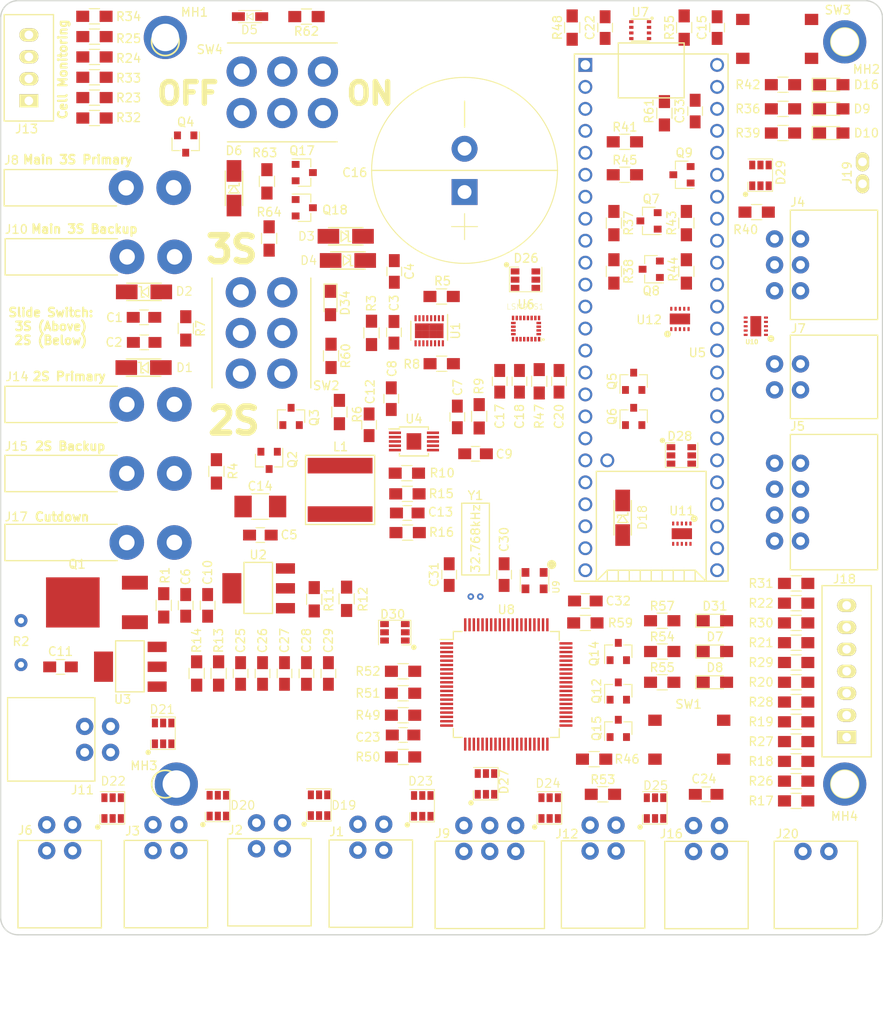
<source format=kicad_pcb>
(kicad_pcb (version 4) (host pcbnew 4.0.4-stable)
  (layers (0 F.Cu signal) (31 B.Cu signal) (34 B.Paste user) (35 F.Paste user) (36 B.SilkS user) (37 F.SilkS user) (38 B.Mask user) (39 F.Mask user) (44 Edge.Cuts user))
  (net 0 "")
  (net 1 2S_Backup_IN)
  (net 2 GND)
  (net 3 2S_Primary)
  (net 4 "Net-(C3-Pad1)")
  (net 5 From_Batt)
  (net 6 +6.5V)
  (net 7 +5V)
  (net 8 "Net-(C7-Pad1)")
  (net 9 "Net-(C8-Pad1)")
  (net 10 "Net-(C9-Pad1)")
  (net 11 From_LDO)
  (net 12 +3.3V)
  (net 13 "Net-(C12-Pad1)")
  (net 14 "Net-(C12-Pad2)")
  (net 15 Switch_FB)
  (net 16 TEENSY_PWR_IN)
  (net 17 RTC_PWR)
  (net 18 LSM_CAP)
  (net 19 "Net-(C18-Pad1)")
  (net 20 LSM_C1)
  (net 21 "Net-(C22-Pad1)")
  (net 22 "Net-(C23-Pad1)")
  (net 23 RST_SBWTDIO_HOST)
  (net 24 LF_IN)
  (net 25 LF_OUT)
  (net 26 "Net-(C32-Pad1)")
  (net 27 "Net-(D1-Pad1)")
  (net 28 "Net-(D2-Pad1)")
  (net 29 "Net-(D16-Pad1)")
  (net 30 UART_1_TX)
  (net 31 RESET_PI_1)
  (net 32 UART_1_RX)
  (net 33 UART_2_TX)
  (net 34 RESET_PI_2)
  (net 35 UART_2_RX)
  (net 36 UART_3_TX)
  (net 37 RESET_PI_3)
  (net 38 UART_3_RX)
  (net 39 UART_4_TX)
  (net 40 RESET_PI_4)
  (net 41 UART_4_RX)
  (net 42 COMMS_MOSI)
  (net 43 COMMS_MISO)
  (net 44 COMMS_CS)
  (net 45 COMMS_SCLK)
  (net 46 TEENSY_SCL)
  (net 47 TEENSY_SDA)
  (net 48 SBWTCK_HOST)
  (net 49 IMU_SCLK)
  (net 50 MULTIPLEX_A1)
  (net 51 MULTIPLEX_A0)
  (net 52 IMU_1_CS_AG)
  (net 53 IMU_1_CS_M)
  (net 54 IMU_MISO)
  (net 55 IMU_MOSI)
  (net 56 PWM_SPEED_CTRL)
  (net 57 PWM_CURRENT_CTRL)
  (net 58 MOTOR_DIRECTION_5)
  (net 59 MOTOR_ENABLE_5)
  (net 60 HOST_SCL)
  (net 61 HOST_SDA)
  (net 62 "Net-(D31-Pad1)")
  (net 63 "Net-(D34-Pad2)")
  (net 64 MEAS_SPEED)
  (net 65 MEAS_CURRENT)
  (net 66 MBATT_C2)
  (net 67 MBATT_C1)
  (net 68 MBATT_C3)
  (net 69 2S_Backup)
  (net 70 Battery_Power)
  (net 71 "Net-(J17-Pad2)")
  (net 72 RWBATT_C4)
  (net 73 RWBATT_C3)
  (net 74 RWBATT_C2)
  (net 75 RWBATT_C1)
  (net 76 RWBATT_C5)
  (net 77 RWBATT_C6)
  (net 78 RESET_VIDEO_PI)
  (net 79 "Net-(Q1-Pad1)")
  (net 80 CUTDOWN_EN)
  (net 81 Main_Batt_EN)
  (net 82 TEENSY_LED_GREEN)
  (net 83 "Net-(Q5-Pad3)")
  (net 84 MOTOR_ENABLE)
  (net 85 MOTOR_DIRECTION)
  (net 86 TEENSY_LED_RED)
  (net 87 "Net-(Q9-Pad3)")
  (net 88 TEENSY_LED_BLUE)
  (net 89 MSP_LED_GREEN)
  (net 90 "Net-(Q12-Pad3)")
  (net 91 MSP_LED_RED)
  (net 92 "Net-(Q14-Pad3)")
  (net 93 MSP_LED_BLUE)
  (net 94 "Net-(Q15-Pad3)")
  (net 95 SW_IN)
  (net 96 "Net-(R10-Pad1)")
  (net 97 "Net-(R11-Pad2)")
  (net 98 "Net-(R13-Pad2)")
  (net 99 CELL6)
  (net 100 CELL5)
  (net 101 CELL4)
  (net 102 CELL3)
  (net 103 CELL2)
  (net 104 CELL1)
  (net 105 MCELL3)
  (net 106 MCELL2)
  (net 107 MCELL1)
  (net 108 "Net-(R50-Pad1)")
  (net 109 "Net-(R60-Pad2)")
  (net 110 Data_Rdy)
  (net 111 ALERT)
  (net 112 "Net-(U4-Pad8)")
  (net 113 "Net-(U5-Pad15)")
  (net 114 IMU_CS_M)
  (net 115 DAQCS_CS)
  (net 116 DAQCS_SCLK)
  (net 117 IMU_CS_AG)
  (net 118 DAQCS_MISO)
  (net 119 DAQCS_MOSI)
  (net 120 "Net-(U5-Pad40)")
  (net 121 MSP_GPIO_0)
  (net 122 MSP_GPIO_1)
  (net 123 MSP_GPIO_2)
  (net 124 MSP_GPIO_3)
  (net 125 "Net-(U5-Pad51)")
  (net 126 "Net-(U6-Pad13)")
  (net 127 "Net-(U6-Pad12)")
  (net 128 "Net-(U6-Pad11)")
  (net 129 "Net-(U6-Pad10)")
  (net 130 "Net-(U6-Pad9)")
  (net 131 "Net-(U8-Pad4)")
  (net 132 "Net-(U8-Pad5)")
  (net 133 "Net-(U8-Pad6)")
  (net 134 "Net-(U8-Pad7)")
  (net 135 "Net-(U8-Pad10)")
  (net 136 "Net-(U8-Pad11)")
  (net 137 "Net-(U8-Pad21)")
  (net 138 "Net-(U8-Pad22)")
  (net 139 "Net-(U8-Pad23)")
  (net 140 "Net-(U8-Pad24)")
  (net 141 "Net-(U8-Pad25)")
  (net 142 "Net-(U8-Pad26)")
  (net 143 "Net-(U8-Pad27)")
  (net 144 "Net-(U8-Pad28)")
  (net 145 "Net-(U8-Pad29)")
  (net 146 "Net-(U8-Pad30)")
  (net 147 "Net-(U8-Pad32)")
  (net 148 "Net-(U8-Pad33)")
  (net 149 "Net-(U8-Pad34)")
  (net 150 "Net-(U8-Pad47)")
  (net 151 "Net-(U8-Pad48)")
  (net 152 "Net-(U8-Pad49)")
  (net 153 "Net-(U8-Pad50)")
  (net 154 "Net-(U8-Pad62)")
  (net 155 "Net-(U8-Pad63)")
  (net 156 "Net-(U8-Pad64)")
  (net 157 "Net-(U8-Pad68)")
  (net 158 "Net-(U8-Pad69)")
  (net 159 "Net-(U8-Pad70)")
  (net 160 "Net-(U8-Pad71)")
  (net 161 "Net-(U8-Pad72)")
  (net 162 HF_IN_1)
  (net 163 "Net-(U8-Pad75)")
  (net 164 "Net-(U9-Pad1)")
  (net 165 "Net-(U10-Pad6)")
  (net 166 "Net-(U10-Pad8)")
  (net 167 "Net-(U10-Pad10)")
  (net 168 "Net-(U10-Pad2)")
  (net 169 "Net-(U10-Pad4)")
  (net 170 "Net-(U10-Pad5)")
  (net 171 "Net-(U11-Pad6)")
  (net 172 "Net-(U11-Pad8)")
  (net 173 "Net-(U11-Pad10)")
  (net 174 "Net-(U11-Pad2)")
  (net 175 "Net-(U11-Pad4)")
  (net 176 "Net-(U11-Pad5)")
  (net 177 "Net-(U12-Pad6)")
  (net 178 "Net-(U12-Pad7)")
  (net 179 "Net-(U12-Pad8)")
  (net 180 "Net-(U12-Pad10)")
  (net 181 "Net-(U12-Pad2)")
  (net 182 "Net-(U12-Pad4)")
  (net 183 "Net-(U12-Pad5)")
  (net 184 TEENSY_BUTTON)
  (net 185 "Net-(D5-Pad2)")
  (net 186 To_Meas_Current)
  (net 187 "Net-(R62-Pad1)")
  (net 188 "Net-(SW4-Pad3)")
  (net 189 "Net-(SW4-Pad4)")
  (net 190 Backup_CTRL)
  (net 191 "Net-(D6-Pad1)")
  (net 192 Backup_PMOS)
  (net 193 Backup_Batt_EN)
  (net 194 "Net-(D7-Pad1)")
  (net 195 "Net-(D8-Pad1)")
  (net 196 "Net-(D9-Pad1)")
  (net 197 "Net-(D10-Pad1)")
  (net 198 "Net-(Q6-Pad3)")
  (net 199 RPI3_RST)
  (module Capacitors_SMD:C_0805_HandSoldering (layer F.Cu) (at 36.5824 56.6143)
    (fp_text reference C1 (at -3.41 0.02) (layer F.SilkS))
    (fp_text value 10uF)
    (pad 1 smd rect (at -1.25 0) (size 1.5 1.25) (layers F.Cu F.Paste F.Mask) (net 1 2S_Backup_IN))
    (pad 2 smd rect (at 1.25 0) (size 1.5 1.25) (layers F.Cu F.Paste F.Mask) (net 2 GND))
  )
  (module Capacitors_SMD:C_0805_HandSoldering (layer F.Cu) (at 36.6014 59.5122)
    (fp_text reference C2 (at -3.49 -0.01) (layer F.SilkS))
    (fp_text value 10uF)
    (pad 1 smd rect (at -1.25 0) (size 1.5 1.25) (layers F.Cu F.Paste F.Mask) (net 3 2S_Primary))
    (pad 2 smd rect (at 1.25 0) (size 1.5 1.25) (layers F.Cu F.Paste F.Mask) (net 2 GND))
  )
  (module Capacitors_SMD:C_0805_HandSoldering (layer F.Cu) (at 65.4939 58.3438 270)
    (fp_text reference C3 (at -3.3782 -0.01778 270) (layer F.SilkS))
    (fp_text value 1uF)
    (pad 1 smd rect (at -1.25 0 270) (size 1.5 1.25) (layers F.Cu F.Paste F.Mask) (net 4 "Net-(C3-Pad1)"))
    (pad 2 smd rect (at 1.25 0 270) (size 1.5 1.25) (layers F.Cu F.Paste F.Mask) (net 2 GND))
  )
  (module Capacitors_SMD:C_0805_HandSoldering (layer F.Cu) (at 65.532 51.308 270)
    (fp_text reference C4 (at 0 -1.75 270) (layer F.SilkS))
    (fp_text value 10uF)
    (pad 1 smd rect (at -1.25 0 270) (size 1.5 1.25) (layers F.Cu F.Paste F.Mask) (net 5 From_Batt))
    (pad 2 smd rect (at 1.25 0 270) (size 1.5 1.25) (layers F.Cu F.Paste F.Mask) (net 2 GND))
  )
  (module Capacitors_SMD:C_0805_HandSoldering (layer F.Cu) (at 50.038 81.788 180)
    (fp_text reference C5 (at -3.32486 0.02794 180) (layer F.SilkS))
    (fp_text value 10uF)
    (pad 1 smd rect (at -1.25 0 180) (size 1.5 1.25) (layers F.Cu F.Paste F.Mask) (net 6 +6.5V))
    (pad 2 smd rect (at 1.25 0 180) (size 1.5 1.25) (layers F.Cu F.Paste F.Mask) (net 2 GND))
  )
  (module Capacitors_SMD:C_0805_HandSoldering (layer F.Cu) (at 41.402 89.916 90)
    (fp_text reference C6 (at 3.302 0 270) (layer F.SilkS))
    (fp_text value 10uF)
    (pad 1 smd rect (at -1.25 0 90) (size 1.5 1.25) (layers F.Cu F.Paste F.Mask) (net 7 +5V))
    (pad 2 smd rect (at 1.25 0 90) (size 1.5 1.25) (layers F.Cu F.Paste F.Mask) (net 2 GND))
  )
  (module Capacitors_SMD:C_0805_HandSoldering (layer F.Cu) (at 72.8218 68.12788 90)
    (fp_text reference C7 (at 3.39344 0.04572 90) (layer F.SilkS))
    (fp_text value 10uF)
    (pad 1 smd rect (at -1.25 0 90) (size 1.5 1.25) (layers F.Cu F.Paste F.Mask) (net 8 "Net-(C7-Pad1)"))
    (pad 2 smd rect (at 1.25 0 90) (size 1.5 1.25) (layers F.Cu F.Paste F.Mask) (net 2 GND))
  )
  (module Capacitors_SMD:C_0805_HandSoldering (layer F.Cu) (at 65.18148 66.01968 90)
    (fp_text reference C8 (at 3.47472 0.08128 90) (layer F.SilkS))
    (fp_text value 1uF)
    (pad 1 smd rect (at -1.25 0 90) (size 1.5 1.25) (layers F.Cu F.Paste F.Mask) (net 9 "Net-(C8-Pad1)"))
    (pad 2 smd rect (at 1.25 0 90) (size 1.5 1.25) (layers F.Cu F.Paste F.Mask) (net 2 GND))
  )
  (module Capacitors_SMD:C_0805_HandSoldering (layer F.Cu) (at 74.93 72.39)
    (fp_text reference C9 (at 3.31724 0.03556) (layer F.SilkS))
    (fp_text value 1nF)
    (pad 1 smd rect (at -1.25 0) (size 1.5 1.25) (layers F.Cu F.Paste F.Mask) (net 10 "Net-(C9-Pad1)"))
    (pad 2 smd rect (at 1.25 0) (size 1.5 1.25) (layers F.Cu F.Paste F.Mask) (net 2 GND))
  )
  (module Capacitors_SMD:C_0805_HandSoldering (layer F.Cu) (at 43.942 89.916 90)
    (fp_text reference C10 (at 3.81 0 90) (layer F.SilkS))
    (fp_text value 10uF)
    (pad 1 smd rect (at -1.25 0 90) (size 1.5 1.25) (layers F.Cu F.Paste F.Mask) (net 11 From_LDO))
    (pad 2 smd rect (at 1.25 0 90) (size 1.5 1.25) (layers F.Cu F.Paste F.Mask) (net 2 GND))
  )
  (module Capacitors_SMD:C_0805_HandSoldering (layer F.Cu) (at 26.924 97.028 180)
    (fp_text reference C11 (at 0 1.778 180) (layer F.SilkS))
    (fp_text value 10uF)
    (pad 1 smd rect (at -1.25 0 180) (size 1.5 1.25) (layers F.Cu F.Paste F.Mask) (net 12 +3.3V))
    (pad 2 smd rect (at 1.25 0 180) (size 1.5 1.25) (layers F.Cu F.Paste F.Mask) (net 2 GND))
  )
  (module Capacitors_SMD:C_0805_HandSoldering (layer F.Cu) (at 62.61608 69.0372 90)
    (fp_text reference C12 (at 3.82016 0.12192 90) (layer F.SilkS))
    (fp_text value 0.1uF)
    (pad 1 smd rect (at -1.25 0 90) (size 1.5 1.25) (layers F.Cu F.Paste F.Mask) (net 13 "Net-(C12-Pad1)"))
    (pad 2 smd rect (at 1.25 0 90) (size 1.5 1.25) (layers F.Cu F.Paste F.Mask) (net 14 "Net-(C12-Pad2)"))
  )
  (module Capacitors_SMD:C_0805_HandSoldering (layer F.Cu) (at 67.0306 79.23276)
    (fp_text reference C13 (at 3.85572 -0.10668) (layer F.SilkS))
    (fp_text value 10pF)
    (pad 1 smd rect (at -1.25 0) (size 1.5 1.25) (layers F.Cu F.Paste F.Mask) (net 6 +6.5V))
    (pad 2 smd rect (at 1.25 0) (size 1.5 1.25) (layers F.Cu F.Paste F.Mask) (net 15 Switch_FB))
  )
  (module Capacitors_SMD:C_1210_HandSoldering (layer F.Cu) (at 50.038 78.486 180)
    (fp_text reference C14 (at 0.02032 2.35712 180) (layer F.SilkS))
    (fp_text value 47uF)
    (pad 1 smd rect (at -2 0 180) (size 2 2.5) (layers F.Cu F.Paste F.Mask) (net 6 +6.5V))
    (pad 2 smd rect (at 2 0 180) (size 2 2.5) (layers F.Cu F.Paste F.Mask) (net 2 GND))
  )
  (module Capacitors_SMD:C_0805_HandSoldering (layer F.Cu) (at 102.87 23.114 90)
    (fp_text reference C15 (at 0 -1.75 90) (layer F.SilkS))
    (fp_text value 1uF)
    (pad 1 smd rect (at -1.25 0 90) (size 1.5 1.25) (layers F.Cu F.Paste F.Mask) (net 16 TEENSY_PWR_IN))
    (pad 2 smd rect (at 1.25 0 90) (size 1.5 1.25) (layers F.Cu F.Paste F.Mask) (net 2 GND))
  )
  (module Dans_Parts:CP_Radial_D21.5mm_P5.00mm_Supercapacitor (layer F.Cu) (at 73.66 39.624 90)
    (fp_text reference C16 (at -0.254 -12.7 180) (layer F.SilkS))
    (fp_text value 1F)
    (pad 1 thru_hole rect (at -2.5 0 90) (size 3 3) (drill 1.6) (layers *.Cu *.Mask) (net 17 RTC_PWR))
    (pad 2 thru_hole circle (at 2.5 0 90) (size 3 3) (drill 1.6) (layers *.Cu *.Mask) (net 2 GND))
  )
  (module Capacitors_SMD:C_0805_HandSoldering (layer F.Cu) (at 77.724 64.008 270)
    (fp_text reference C17 (at 4.064 0 270) (layer F.SilkS))
    (fp_text value 10000pF)
    (pad 1 smd rect (at -1.25 0 270) (size 1.5 1.25) (layers F.Cu F.Paste F.Mask) (net 18 LSM_CAP))
    (pad 2 smd rect (at 1.25 0 270) (size 1.5 1.25) (layers F.Cu F.Paste F.Mask) (net 2 GND))
  )
  (module Capacitors_SMD:C_0805_HandSoldering (layer F.Cu) (at 80.01 64.008 270)
    (fp_text reference C18 (at 4.064 0 270) (layer F.SilkS))
    (fp_text value 10uF)
    (pad 1 smd rect (at -1.25 0 270) (size 1.5 1.25) (layers F.Cu F.Paste F.Mask) (net 19 "Net-(C18-Pad1)"))
    (pad 2 smd rect (at 1.25 0 270) (size 1.5 1.25) (layers F.Cu F.Paste F.Mask) (net 2 GND))
  )
  (module Capacitors_SMD:C_0805_HandSoldering (layer F.Cu) (at 84.582 64.008 270)
    (fp_text reference C20 (at 4.064 0 270) (layer F.SilkS))
    (fp_text value 100nF)
    (pad 1 smd rect (at -1.25 0 270) (size 1.5 1.25) (layers F.Cu F.Paste F.Mask) (net 20 LSM_C1))
    (pad 2 smd rect (at 1.25 0 270) (size 1.5 1.25) (layers F.Cu F.Paste F.Mask) (net 2 GND))
  )
  (module Capacitors_SMD:C_0805_HandSoldering (layer F.Cu) (at 89.916 23.114 90)
    (fp_text reference C22 (at 0 -1.75 90) (layer F.SilkS))
    (fp_text value 0.1uF)
    (pad 1 smd rect (at -1.25 0 90) (size 1.5 1.25) (layers F.Cu F.Paste F.Mask) (net 21 "Net-(C22-Pad1)"))
    (pad 2 smd rect (at 1.25 0 90) (size 1.5 1.25) (layers F.Cu F.Paste F.Mask) (net 2 GND))
  )
  (module Capacitors_SMD:C_0805_HandSoldering (layer F.Cu) (at 66.548 104.902 180)
    (fp_text reference C23 (at 4.064 -0.254 180) (layer F.SilkS))
    (fp_text value 100nF)
    (pad 1 smd rect (at -1.25 0 180) (size 1.5 1.25) (layers F.Cu F.Paste F.Mask) (net 22 "Net-(C23-Pad1)"))
    (pad 2 smd rect (at 1.25 0 180) (size 1.5 1.25) (layers F.Cu F.Paste F.Mask) (net 2 GND))
  )
  (module Capacitors_SMD:C_0805_HandSoldering (layer F.Cu) (at 101.6 111.76 180)
    (fp_text reference C24 (at 0.254 1.778 180) (layer F.SilkS))
    (fp_text value 1000pF)
    (pad 1 smd rect (at -1.25 0 180) (size 1.5 1.25) (layers F.Cu F.Paste F.Mask) (net 2 GND))
    (pad 2 smd rect (at 1.25 0 180) (size 1.5 1.25) (layers F.Cu F.Paste F.Mask) (net 23 RST_SBWTDIO_HOST))
  )
  (module Capacitors_SMD:C_0805_HandSoldering (layer F.Cu) (at 47.752 97.79 270)
    (fp_text reference C25 (at -3.81 0 270) (layer F.SilkS))
    (fp_text value 1uF)
    (pad 1 smd rect (at -1.25 0 270) (size 1.5 1.25) (layers F.Cu F.Paste F.Mask) (net 12 +3.3V))
    (pad 2 smd rect (at 1.25 0 270) (size 1.5 1.25) (layers F.Cu F.Paste F.Mask) (net 2 GND))
  )
  (module Capacitors_SMD:C_0805_HandSoldering (layer F.Cu) (at 50.292 97.79 270)
    (fp_text reference C26 (at -3.81 0 270) (layer F.SilkS))
    (fp_text value 10uF)
    (pad 1 smd rect (at -1.25 0 270) (size 1.5 1.25) (layers F.Cu F.Paste F.Mask) (net 12 +3.3V))
    (pad 2 smd rect (at 1.25 0 270) (size 1.5 1.25) (layers F.Cu F.Paste F.Mask) (net 2 GND))
  )
  (module Capacitors_SMD:C_0805_HandSoldering (layer F.Cu) (at 52.832 97.79 270)
    (fp_text reference C27 (at -3.81 0 270) (layer F.SilkS))
    (fp_text value 100nF)
    (pad 1 smd rect (at -1.25 0 270) (size 1.5 1.25) (layers F.Cu F.Paste F.Mask) (net 12 +3.3V))
    (pad 2 smd rect (at 1.25 0 270) (size 1.5 1.25) (layers F.Cu F.Paste F.Mask) (net 2 GND))
  )
  (module Capacitors_SMD:C_0805_HandSoldering (layer F.Cu) (at 55.372 97.79 270)
    (fp_text reference C28 (at -3.81 0 270) (layer F.SilkS))
    (fp_text value 100nF)
    (pad 1 smd rect (at -1.25 0 270) (size 1.5 1.25) (layers F.Cu F.Paste F.Mask) (net 12 +3.3V))
    (pad 2 smd rect (at 1.25 0 270) (size 1.5 1.25) (layers F.Cu F.Paste F.Mask) (net 2 GND))
  )
  (module Capacitors_SMD:C_0805_HandSoldering (layer F.Cu) (at 57.912 97.79 90)
    (fp_text reference C29 (at 3.81 0 90) (layer F.SilkS))
    (fp_text value 100nF)
    (pad 1 smd rect (at -1.25 0 90) (size 1.5 1.25) (layers F.Cu F.Paste F.Mask) (net 12 +3.3V))
    (pad 2 smd rect (at 1.25 0 90) (size 1.5 1.25) (layers F.Cu F.Paste F.Mask) (net 2 GND))
  )
  (module Capacitors_SMD:C_0805_HandSoldering (layer F.Cu) (at 78.232 86.36 90)
    (fp_text reference C30 (at 4.064 0 90) (layer F.SilkS))
    (fp_text value 22pF)
    (pad 1 smd rect (at -1.25 0 90) (size 1.5 1.25) (layers F.Cu F.Paste F.Mask) (net 24 LF_IN))
    (pad 2 smd rect (at 1.25 0 90) (size 1.5 1.25) (layers F.Cu F.Paste F.Mask) (net 2 GND))
  )
  (module Capacitors_SMD:C_0805_HandSoldering (layer F.Cu) (at 71.882 86.36 90)
    (fp_text reference C31 (at 0 -1.75 90) (layer F.SilkS))
    (fp_text value 22pF)
    (pad 1 smd rect (at -1.25 0 90) (size 1.5 1.25) (layers F.Cu F.Paste F.Mask) (net 25 LF_OUT))
    (pad 2 smd rect (at 1.25 0 90) (size 1.5 1.25) (layers F.Cu F.Paste F.Mask) (net 2 GND))
  )
  (module Capacitors_SMD:C_0805_HandSoldering (layer F.Cu) (at 87.63 89.408)
    (fp_text reference C32 (at 3.81 0) (layer F.SilkS))
    (fp_text value 10000pF)
    (pad 1 smd rect (at -1.25 0) (size 1.5 1.25) (layers F.Cu F.Paste F.Mask) (net 26 "Net-(C32-Pad1)"))
    (pad 2 smd rect (at 1.25 0) (size 1.5 1.25) (layers F.Cu F.Paste F.Mask) (net 2 GND))
  )
  (module Dans_Parts:DO-214AC_Schottky (layer F.Cu) (at 38.5324 62.4243 180)
    (fp_text reference D1 (at -2.74 0 180) (layer F.SilkS) (effects (font (thickness 0.125))))
    (fp_text value SMAZ18-13-F)
    (pad 1 smd rect (at 0 0 180) (size 2.5 1.7) (layers F.Cu F.Paste F.Mask) (net 27 "Net-(D1-Pad1)"))
    (pad 2 smd rect (at 4 0 180) (size 2.5 1.7) (layers F.Cu F.Paste F.Mask) (net 3 2S_Primary))
  )
  (module Dans_Parts:DO-214AC_Schottky (layer F.Cu) (at 38.5826 53.6702 180)
    (fp_text reference D2 (at -2.65 0.07 180) (layer F.SilkS) (effects (font (thickness 0.125))))
    (fp_text value SMAZ18-13-F)
    (pad 1 smd rect (at 0 0 180) (size 2.5 1.7) (layers F.Cu F.Paste F.Mask) (net 28 "Net-(D2-Pad1)"))
    (pad 2 smd rect (at 4 0 180) (size 2.5 1.7) (layers F.Cu F.Paste F.Mask) (net 1 2S_Backup_IN))
  )
  (module Dans_Parts:DO-214AC_Schottky (layer F.Cu) (at 57.912 47.244)
    (fp_text reference D3 (at -2.54 0) (layer F.SilkS) (effects (font (thickness 0.125))))
    (fp_text value CDBA540-HF)
    (pad 1 smd rect (at 0 0) (size 2.5 1.7) (layers F.Cu F.Paste F.Mask) (net 190 Backup_CTRL))
    (pad 2 smd rect (at 4 0) (size 2.5 1.7) (layers F.Cu F.Paste F.Mask) (net 5 From_Batt))
  )
  (module Dans_Parts:DO-214AC_Schottky (layer F.Cu) (at 58.166 50.038)
    (fp_text reference D4 (at -2.54 0) (layer F.SilkS) (effects (font (thickness 0.125))))
    (fp_text value CDBA540-HF)
    (pad 1 smd rect (at 0 0) (size 2.5 1.7) (layers F.Cu F.Paste F.Mask) (net 28 "Net-(D2-Pad1)"))
    (pad 2 smd rect (at 4 0) (size 2.5 1.7) (layers F.Cu F.Paste F.Mask) (net 5 From_Batt))
  )
  (module LEDs:LED_0805_HandSoldering (layer F.Cu) (at 116.078 29.718)
    (fp_text reference D16 (at 4.064 0 180) (layer F.SilkS))
    (fp_text value LTST-C171KRKT)
    (pad 1 smd rect (at -1.35 0) (size 1.5 1.3) (layers F.Cu F.Paste F.Mask) (net 29 "Net-(D16-Pad1)"))
    (pad 2 smd rect (at 1.35 0) (size 1.5 1.3) (layers F.Cu F.Paste F.Mask) (net 7 +5V))
  )
  (module Dans_Parts:DO-214AC_Schottky (layer F.Cu) (at 91.948 81.788 90)
    (fp_text reference D18 (at 2.032 2.286 90) (layer F.SilkS) (effects (font (thickness 0.125))))
    (fp_text value SBRT5A50SA-13)
    (pad 1 smd rect (at 0 0 90) (size 2.5 1.7) (layers F.Cu F.Paste F.Mask) (net 17 RTC_PWR))
    (pad 2 smd rect (at 4 0 90) (size 2.5 1.7) (layers F.Cu F.Paste F.Mask) (net 12 +3.3V))
  )
  (module Dans_Parts:SC-74 (layer F.Cu) (at 55.88 114.22 90)
    (fp_text reference D19 (at 1.19 3.81 180) (layer F.SilkS) (effects (font (thickness 0.125))))
    (fp_text value MMQA5V6T1G)
    (pad 1 smd rect (at 0 0 90) (size 1 0.7) (layers F.Cu F.Paste F.Mask) (net 30 UART_1_TX))
    (pad 2 smd rect (at 0 0.95 90) (size 1 0.7) (layers F.Cu F.Paste F.Mask) (net 2 GND))
    (pad 3 smd rect (at 0 1.9 90) (size 1 0.7) (layers F.Cu F.Paste F.Mask) (net 31 RESET_PI_1))
    (pad 4 smd rect (at 2.4 1.9 90) (size 1 0.7) (layers F.Cu F.Paste F.Mask) (net 2 GND))
    (pad 5 smd rect (at 2.4 0.95 90) (size 1 0.7) (layers F.Cu F.Paste F.Mask) (net 2 GND))
    (pad 6 smd rect (at 2.4 0 90) (size 1 0.7) (layers F.Cu F.Paste F.Mask) (net 32 UART_1_RX))
  )
  (module Dans_Parts:SC-74 (layer F.Cu) (at 44.17 114.27 90)
    (fp_text reference D20 (at 1.24 3.836 180) (layer F.SilkS) (effects (font (thickness 0.125))))
    (fp_text value MMQA5V6T1G)
    (pad 1 smd rect (at 0 0 90) (size 1 0.7) (layers F.Cu F.Paste F.Mask) (net 33 UART_2_TX))
    (pad 2 smd rect (at 0 0.95 90) (size 1 0.7) (layers F.Cu F.Paste F.Mask) (net 2 GND))
    (pad 3 smd rect (at 0 1.9 90) (size 1 0.7) (layers F.Cu F.Paste F.Mask) (net 34 RESET_PI_2))
    (pad 4 smd rect (at 2.4 1.9 90) (size 1 0.7) (layers F.Cu F.Paste F.Mask) (net 2 GND))
    (pad 5 smd rect (at 2.4 0.95 90) (size 1 0.7) (layers F.Cu F.Paste F.Mask) (net 2 GND))
    (pad 6 smd rect (at 2.4 0 90) (size 1 0.7) (layers F.Cu F.Paste F.Mask) (net 35 UART_2_RX))
  )
  (module Dans_Parts:SC-74 (layer F.Cu) (at 37.846 105.918 90)
    (fp_text reference D21 (at 3.97 0.84 180) (layer F.SilkS) (effects (font (thickness 0.125))))
    (fp_text value MMQA5V6T1G)
    (pad 1 smd rect (at 0 0 90) (size 1 0.7) (layers F.Cu F.Paste F.Mask) (net 36 UART_3_TX))
    (pad 2 smd rect (at 0 0.95 90) (size 1 0.7) (layers F.Cu F.Paste F.Mask) (net 2 GND))
    (pad 3 smd rect (at 0 1.9 90) (size 1 0.7) (layers F.Cu F.Paste F.Mask) (net 37 RESET_PI_3))
    (pad 4 smd rect (at 2.4 1.9 90) (size 1 0.7) (layers F.Cu F.Paste F.Mask) (net 2 GND))
    (pad 5 smd rect (at 2.4 0.95 90) (size 1 0.7) (layers F.Cu F.Paste F.Mask) (net 2 GND))
    (pad 6 smd rect (at 2.4 0 90) (size 1 0.7) (layers F.Cu F.Paste F.Mask) (net 38 UART_3_RX))
  )
  (module Dans_Parts:SC-74 (layer F.Cu) (at 32.004 114.554 90)
    (fp_text reference D22 (at 4.318 1.016 180) (layer F.SilkS) (effects (font (thickness 0.125))))
    (fp_text value MMQA5V6T1G)
    (pad 1 smd rect (at 0 0 90) (size 1 0.7) (layers F.Cu F.Paste F.Mask) (net 39 UART_4_TX))
    (pad 2 smd rect (at 0 0.95 90) (size 1 0.7) (layers F.Cu F.Paste F.Mask) (net 2 GND))
    (pad 3 smd rect (at 0 1.9 90) (size 1 0.7) (layers F.Cu F.Paste F.Mask) (net 40 RESET_PI_4))
    (pad 4 smd rect (at 2.4 1.9 90) (size 1 0.7) (layers F.Cu F.Paste F.Mask) (net 2 GND))
    (pad 5 smd rect (at 2.4 0.95 90) (size 1 0.7) (layers F.Cu F.Paste F.Mask) (net 2 GND))
    (pad 6 smd rect (at 2.4 0 90) (size 1 0.7) (layers F.Cu F.Paste F.Mask) (net 41 UART_4_RX))
  )
  (module Dans_Parts:SC-74 (layer F.Cu) (at 67.818 114.3 90)
    (fp_text reference D23 (at 4.064 0.762 180) (layer F.SilkS) (effects (font (thickness 0.125))))
    (fp_text value MMQA5V6T1G)
    (pad 1 smd rect (at 0 0 90) (size 1 0.7) (layers F.Cu F.Paste F.Mask) (net 42 COMMS_MOSI))
    (pad 2 smd rect (at 0 0.95 90) (size 1 0.7) (layers F.Cu F.Paste F.Mask) (net 2 GND))
    (pad 3 smd rect (at 0 1.9 90) (size 1 0.7) (layers F.Cu F.Paste F.Mask) (net 43 COMMS_MISO))
    (pad 4 smd rect (at 2.4 1.9 90) (size 1 0.7) (layers F.Cu F.Paste F.Mask) (net 44 COMMS_CS))
    (pad 5 smd rect (at 2.4 0.95 90) (size 1 0.7) (layers F.Cu F.Paste F.Mask) (net 2 GND))
    (pad 6 smd rect (at 2.4 0 90) (size 1 0.7) (layers F.Cu F.Paste F.Mask) (net 45 COMMS_SCLK))
  )
  (module Dans_Parts:SC-74 (layer F.Cu) (at 82.55 114.554 90)
    (fp_text reference D24 (at 4.064 0.762 180) (layer F.SilkS) (effects (font (thickness 0.125))))
    (fp_text value MMQA5V6T1G)
    (pad 1 smd rect (at 0 0 90) (size 1 0.7) (layers F.Cu F.Paste F.Mask) (net 46 TEENSY_SCL))
    (pad 2 smd rect (at 0 0.95 90) (size 1 0.7) (layers F.Cu F.Paste F.Mask) (net 2 GND))
    (pad 3 smd rect (at 0 1.9 90) (size 1 0.7) (layers F.Cu F.Paste F.Mask) (net 47 TEENSY_SDA))
    (pad 4 smd rect (at 2.4 1.9 90) (size 1 0.7) (layers F.Cu F.Paste F.Mask) (net 2 GND))
    (pad 5 smd rect (at 2.4 0.95 90) (size 1 0.7) (layers F.Cu F.Paste F.Mask) (net 2 GND))
    (pad 6 smd rect (at 2.4 0 90) (size 1 0.7) (layers F.Cu F.Paste F.Mask) (net 12 +3.3V))
  )
  (module Dans_Parts:SC-74 (layer F.Cu) (at 94.742 114.554 90)
    (fp_text reference D25 (at 3.81 1.016 180) (layer F.SilkS) (effects (font (thickness 0.125))))
    (fp_text value MMQA5V6T1G)
    (pad 1 smd rect (at 0 0 90) (size 1 0.7) (layers F.Cu F.Paste F.Mask) (net 48 SBWTCK_HOST))
    (pad 2 smd rect (at 0 0.95 90) (size 1 0.7) (layers F.Cu F.Paste F.Mask) (net 2 GND))
    (pad 3 smd rect (at 0 1.9 90) (size 1 0.7) (layers F.Cu F.Paste F.Mask) (net 2 GND))
    (pad 4 smd rect (at 2.4 1.9 90) (size 1 0.7) (layers F.Cu F.Paste F.Mask) (net 2 GND))
    (pad 5 smd rect (at 2.4 0.95 90) (size 1 0.7) (layers F.Cu F.Paste F.Mask) (net 2 GND))
    (pad 6 smd rect (at 2.4 0 90) (size 1 0.7) (layers F.Cu F.Paste F.Mask) (net 23 RST_SBWTDIO_HOST))
  )
  (module Dans_Parts:SC-74 (layer F.Cu) (at 79.502 51.308)
    (fp_text reference D26 (at 1.27 -1.524) (layer F.SilkS))
    (fp_text value MMQA5V6T1G)
    (pad 1 smd rect (at 0 0) (size 1 0.7) (layers F.Cu F.Paste F.Mask) (net 199 RPI3_RST))
    (pad 2 smd rect (at 0 0.95) (size 1 0.7) (layers F.Cu F.Paste F.Mask) (net 2 GND))
    (pad 3 smd rect (at 0 1.9) (size 1 0.7) (layers F.Cu F.Paste F.Mask) (net 193 Backup_Batt_EN))
    (pad 4 smd rect (at 2.4 1.9) (size 1 0.7) (layers F.Cu F.Paste F.Mask) (net 2 GND))
    (pad 5 smd rect (at 2.4 0.95) (size 1 0.7) (layers F.Cu F.Paste F.Mask) (net 2 GND))
    (pad 6 smd rect (at 2.4 0) (size 1 0.7) (layers F.Cu F.Paste F.Mask) (net 2 GND))
  )
  (module Dans_Parts:SC-74 (layer F.Cu) (at 75.184 111.76 90)
    (fp_text reference D27 (at 1.46 3.03 90) (layer F.SilkS))
    (fp_text value MMQA5V6T1G)
    (pad 1 smd rect (at 0 0 90) (size 1 0.7) (layers F.Cu F.Paste F.Mask) (net 49 IMU_SCLK))
    (pad 2 smd rect (at 0 0.95 90) (size 1 0.7) (layers F.Cu F.Paste F.Mask) (net 2 GND))
    (pad 3 smd rect (at 0 1.9 90) (size 1 0.7) (layers F.Cu F.Paste F.Mask) (net 2 GND))
    (pad 4 smd rect (at 2.4 1.9 90) (size 1 0.7) (layers F.Cu F.Paste F.Mask) (net 50 MULTIPLEX_A1))
    (pad 5 smd rect (at 2.4 0.95 90) (size 1 0.7) (layers F.Cu F.Paste F.Mask) (net 2 GND))
    (pad 6 smd rect (at 2.4 0 90) (size 1 0.7) (layers F.Cu F.Paste F.Mask) (net 51 MULTIPLEX_A0))
  )
  (module Dans_Parts:SC-74 (layer F.Cu) (at 97.536 71.628)
    (fp_text reference D28 (at 1.016 -1.27) (layer F.SilkS))
    (fp_text value MMQA5V6T1G)
    (pad 1 smd rect (at 0 0) (size 1 0.7) (layers F.Cu F.Paste F.Mask) (net 52 IMU_1_CS_AG))
    (pad 2 smd rect (at 0 0.95) (size 1 0.7) (layers F.Cu F.Paste F.Mask) (net 2 GND))
    (pad 3 smd rect (at 0 1.9) (size 1 0.7) (layers F.Cu F.Paste F.Mask) (net 53 IMU_1_CS_M))
    (pad 4 smd rect (at 2.4 1.9) (size 1 0.7) (layers F.Cu F.Paste F.Mask) (net 54 IMU_MISO))
    (pad 5 smd rect (at 2.4 0.95) (size 1 0.7) (layers F.Cu F.Paste F.Mask) (net 2 GND))
    (pad 6 smd rect (at 2.4 0) (size 1 0.7) (layers F.Cu F.Paste F.Mask) (net 55 IMU_MOSI))
  )
  (module Dans_Parts:SC-74 (layer F.Cu) (at 106.934 41.402 90)
    (fp_text reference D29 (at 1.524 3.302 90) (layer F.SilkS))
    (fp_text value MMQA5V6T1G)
    (pad 1 smd rect (at 0 0 90) (size 1 0.7) (layers F.Cu F.Paste F.Mask) (net 56 PWM_SPEED_CTRL))
    (pad 2 smd rect (at 0 0.95 90) (size 1 0.7) (layers F.Cu F.Paste F.Mask) (net 2 GND))
    (pad 3 smd rect (at 0 1.9 90) (size 1 0.7) (layers F.Cu F.Paste F.Mask) (net 57 PWM_CURRENT_CTRL))
    (pad 4 smd rect (at 2.4 1.9 90) (size 1 0.7) (layers F.Cu F.Paste F.Mask) (net 58 MOTOR_DIRECTION_5))
    (pad 5 smd rect (at 2.4 0.95 90) (size 1 0.7) (layers F.Cu F.Paste F.Mask) (net 2 GND))
    (pad 6 smd rect (at 2.4 0 90) (size 1 0.7) (layers F.Cu F.Paste F.Mask) (net 59 MOTOR_ENABLE_5))
  )
  (module Dans_Parts:SC-74 (layer F.Cu) (at 66.802 93.98 180)
    (fp_text reference D30 (at 1.46 3.03 180) (layer F.SilkS))
    (fp_text value MMQA5V6T1G)
    (pad 1 smd rect (at 0 0 180) (size 1 0.7) (layers F.Cu F.Paste F.Mask) (net 60 HOST_SCL))
    (pad 2 smd rect (at 0 0.95 180) (size 1 0.7) (layers F.Cu F.Paste F.Mask) (net 2 GND))
    (pad 3 smd rect (at 0 1.9 180) (size 1 0.7) (layers F.Cu F.Paste F.Mask) (net 61 HOST_SDA))
    (pad 4 smd rect (at 2.4 1.9 180) (size 1 0.7) (layers F.Cu F.Paste F.Mask) (net 2 GND))
    (pad 5 smd rect (at 2.4 0.95 180) (size 1 0.7) (layers F.Cu F.Paste F.Mask) (net 2 GND))
    (pad 6 smd rect (at 2.4 0 180) (size 1 0.7) (layers F.Cu F.Paste F.Mask) (net 12 +3.3V))
  )
  (module LEDs:LED_0805_HandSoldering (layer F.Cu) (at 102.616 91.694)
    (fp_text reference D31 (at 0 -1.7) (layer F.SilkS))
    (fp_text value LTST-C171KRKT)
    (pad 1 smd rect (at -1.35 0) (size 1.5 1.3) (layers F.Cu F.Paste F.Mask) (net 62 "Net-(D31-Pad1)"))
    (pad 2 smd rect (at 1.35 0) (size 1.5 1.3) (layers F.Cu F.Paste F.Mask) (net 7 +5V))
  )
  (module LEDs:LED_0805_HandSoldering (layer F.Cu) (at 58.1524 54.96 270)
    (fp_text reference D34 (at 0 -1.7 270) (layer F.SilkS))
    (fp_text value LTST-C171KRKT)
    (pad 1 smd rect (at -1.35 0 270) (size 1.5 1.3) (layers F.Cu F.Paste F.Mask) (net 2 GND))
    (pad 2 smd rect (at 1.35 0 270) (size 1.5 1.3) (layers F.Cu F.Paste F.Mask) (net 63 "Net-(D34-Pad2)"))
  )
  (module Dans_Parts:4-Pin_Molex_Horizontal (layer F.Cu) (at 62.8153 122.53816)
    (fp_text reference J1 (at -3.9453 -6.44816) (layer F.SilkS))
    (fp_text value Pi0_1)
    (pad "" np_thru_hole circle (at 0 0) (size 3 3) (drill 3) (layers *.Cu *.Mask))
    (pad 3 thru_hole circle (at 1.5 -7.32) (size 2 2) (drill 1.02) (layers *.Cu *.Mask) (net 31 RESET_PI_1))
    (pad 1 thru_hole circle (at 1.5 -4.32) (size 2 2) (drill 1.02) (layers *.Cu *.Mask) (net 30 UART_1_TX))
    (pad 4 thru_hole circle (at -1.5 -7.32) (size 2 2) (drill 1.02) (layers *.Cu *.Mask) (net 2 GND))
    (pad 2 thru_hole circle (at -1.5 -4.32) (size 2 2) (drill 1.02) (layers *.Cu *.Mask) (net 32 UART_1_RX))
  )
  (module Dans_Parts:4-Pin_Molex_Horizontal (layer F.Cu) (at 51.09 122.38)
    (fp_text reference J2 (at -3.93 -6.48) (layer F.SilkS))
    (fp_text value Pi0_2)
    (pad "" np_thru_hole circle (at 0 0) (size 3 3) (drill 3) (layers *.Cu *.Mask))
    (pad 3 thru_hole circle (at 1.5 -7.32) (size 2 2) (drill 1.02) (layers *.Cu *.Mask) (net 34 RESET_PI_2))
    (pad 1 thru_hole circle (at 1.5 -4.32) (size 2 2) (drill 1.02) (layers *.Cu *.Mask) (net 33 UART_2_TX))
    (pad 4 thru_hole circle (at -1.5 -7.32) (size 2 2) (drill 1.02) (layers *.Cu *.Mask) (net 2 GND))
    (pad 2 thru_hole circle (at -1.5 -4.32) (size 2 2) (drill 1.02) (layers *.Cu *.Mask) (net 35 UART_2_RX))
  )
  (module Dans_Parts:4-Pin_Molex_Horizontal (layer F.Cu) (at 39.12 122.59)
    (fp_text reference J3 (at -3.86 -6.58) (layer F.SilkS))
    (fp_text value Pi0_3)
    (pad "" np_thru_hole circle (at 0 0) (size 3 3) (drill 3) (layers *.Cu *.Mask))
    (pad 3 thru_hole circle (at 1.5 -7.32) (size 2 2) (drill 1.02) (layers *.Cu *.Mask) (net 37 RESET_PI_3))
    (pad 1 thru_hole circle (at 1.5 -4.32) (size 2 2) (drill 1.02) (layers *.Cu *.Mask) (net 36 UART_3_TX))
    (pad 4 thru_hole circle (at -1.5 -7.32) (size 2 2) (drill 1.02) (layers *.Cu *.Mask) (net 2 GND))
    (pad 2 thru_hole circle (at -1.5 -4.32) (size 2 2) (drill 1.02) (layers *.Cu *.Mask) (net 38 UART_3_RX))
  )
  (module Dans_Parts:6-Pin_Molex_Horizontal (layer F.Cu) (at 116.84 50.546 90)
    (fp_text reference J4 (at 7.239 -4.6482 180) (layer F.SilkS))
    (fp_text value To_Motor)
    (pad "" np_thru_hole circle (at 0 0 90) (size 3 3) (drill 3) (layers *.Cu *.Mask))
    (pad 2 thru_hole circle (at 0 -4.32 90) (size 2 2) (drill 1.02) (layers *.Cu *.Mask) (net 57 PWM_CURRENT_CTRL))
    (pad 5 thru_hole circle (at 0 -7.32 90) (size 2 2) (drill 1.02) (layers *.Cu *.Mask) (net 2 GND))
    (pad 4 thru_hole circle (at 3 -7.32 90) (size 2 2) (drill 1.02) (layers *.Cu *.Mask) (net 58 MOTOR_DIRECTION_5))
    (pad 1 thru_hole circle (at 3 -4.32 90) (size 2 2) (drill 1.02) (layers *.Cu *.Mask) (net 56 PWM_SPEED_CTRL))
    (pad 6 thru_hole circle (at -3 -7.32 90) (size 2 2) (drill 1.02) (layers *.Cu *.Mask))
    (pad 3 thru_hole circle (at -3 -4.32 90) (size 2 2) (drill 1.02) (layers *.Cu *.Mask) (net 59 MOTOR_ENABLE_5))
  )
  (module Dans_Parts:8-Pin_Molex_Horizontal (layer F.Cu) (at 116.84 77.978 90)
    (fp_text reference J5 (at 8.77316 -4.66598 180) (layer F.SilkS))
    (fp_text value To_Center_Board)
    (pad "" np_thru_hole circle (at 2.35 0 90) (size 3 3) (drill 3) (layers *.Cu *.Mask))
    (pad 3 thru_hole circle (at -1.5 -4.32 90) (size 2 2) (drill 1.02) (layers *.Cu *.Mask) (net 51 MULTIPLEX_A0))
    (pad 7 thru_hole circle (at -1.5 -7.32 90) (size 2 2) (drill 1.02) (layers *.Cu *.Mask) (net 53 IMU_1_CS_M))
    (pad 5 thru_hole circle (at 4.5 -7.32 90) (size 2 2) (drill 1.02) (layers *.Cu *.Mask) (net 54 IMU_MISO))
    (pad 1 thru_hole circle (at 4.5 -4.32 90) (size 2 2) (drill 1.02) (layers *.Cu *.Mask) (net 2 GND))
    (pad 8 thru_hole circle (at -4.5 -7.32 90) (size 2 2) (drill 1.02) (layers *.Cu *.Mask) (net 52 IMU_1_CS_AG))
    (pad 4 thru_hole circle (at -4.5 -4.32 90) (size 2 2) (drill 1.02) (layers *.Cu *.Mask) (net 49 IMU_SCLK))
    (pad "" np_thru_hole circle (at -2.35 0 90) (size 3 3) (drill 3) (layers *.Cu *.Mask))
    (pad 2 thru_hole circle (at 1.5 -4.32 90) (size 2 2) (drill 1.02) (layers *.Cu *.Mask) (net 50 MULTIPLEX_A1))
    (pad 6 thru_hole circle (at 1.5 -7.32 90) (size 2 2) (drill 1.02) (layers *.Cu *.Mask) (net 55 IMU_MOSI))
  )
  (module Dans_Parts:4-Pin_Molex_Horizontal (layer F.Cu) (at 26.83 122.6)
    (fp_text reference J6 (at -3.98 -6.68) (layer F.SilkS))
    (fp_text value Pi0_4)
    (pad "" np_thru_hole circle (at 0 0) (size 3 3) (drill 3) (layers *.Cu *.Mask))
    (pad 3 thru_hole circle (at 1.5 -7.32) (size 2 2) (drill 1.02) (layers *.Cu *.Mask) (net 40 RESET_PI_4))
    (pad 1 thru_hole circle (at 1.5 -4.32) (size 2 2) (drill 1.02) (layers *.Cu *.Mask) (net 39 UART_4_TX))
    (pad 4 thru_hole circle (at -1.5 -7.32) (size 2 2) (drill 1.02) (layers *.Cu *.Mask) (net 2 GND))
    (pad 2 thru_hole circle (at -1.5 -4.32) (size 2 2) (drill 1.02) (layers *.Cu *.Mask) (net 41 UART_4_RX))
  )
  (module Dans_Parts:4-Pin_Molex_Horizontal (layer F.Cu) (at 116.84 63.5 90)
    (fp_text reference J7 (at 5.588 -4.572 360) (layer F.SilkS))
    (fp_text value From_Motor)
    (pad "" np_thru_hole circle (at 0 0 90) (size 3 3) (drill 3) (layers *.Cu *.Mask))
    (pad 3 thru_hole circle (at 1.5 -7.32 90) (size 2 2) (drill 1.02) (layers *.Cu *.Mask) (net 2 GND))
    (pad 1 thru_hole circle (at 1.5 -4.32 90) (size 2 2) (drill 1.02) (layers *.Cu *.Mask) (net 64 MEAS_SPEED))
    (pad 4 thru_hole circle (at -1.5 -7.32 90) (size 2 2) (drill 1.02) (layers *.Cu *.Mask))
    (pad 2 thru_hole circle (at -1.5 -4.32 90) (size 2 2) (drill 1.02) (layers *.Cu *.Mask) (net 65 MEAS_CURRENT))
  )
  (module Dans_Parts:TE-AMP-2PIN-Vertical (layer F.Cu) (at 34.5124 41.63 270)
    (fp_text reference J8 (at -3.19 13.25 360) (layer F.SilkS))
    (fp_text value Main_Battery)
    (pad 1 thru_hole circle (at 0 0 270) (size 4 4) (drill 1.8) (layers *.Cu *.Mask) (net 3 2S_Primary))
    (pad 2 thru_hole circle (at 0 -5.5 270) (size 4 4) (drill 1.8) (layers *.Cu *.Mask) (net 2 GND))
  )
  (module Dans_Parts:6-Pin_Molex_Horizontal (layer F.Cu) (at 76.57702 122.6804)
    (fp_text reference J9 (at -5.43702 -6.3904) (layer F.SilkS))
    (fp_text value Comms_SPI)
    (pad "" np_thru_hole circle (at 0 0) (size 3 3) (drill 3) (layers *.Cu *.Mask))
    (pad 2 thru_hole circle (at 0 -4.32) (size 2 2) (drill 1.02) (layers *.Cu *.Mask) (net 45 COMMS_SCLK))
    (pad 5 thru_hole circle (at 0 -7.32) (size 2 2) (drill 1.02) (layers *.Cu *.Mask) (net 2 GND))
    (pad 4 thru_hole circle (at 3 -7.32) (size 2 2) (drill 1.02) (layers *.Cu *.Mask) (net 42 COMMS_MOSI))
    (pad 1 thru_hole circle (at 3 -4.32) (size 2 2) (drill 1.02) (layers *.Cu *.Mask) (net 44 COMMS_CS))
    (pad 6 thru_hole circle (at -3 -7.32) (size 2 2) (drill 1.02) (layers *.Cu *.Mask))
    (pad 3 thru_hole circle (at -3 -4.32) (size 2 2) (drill 1.02) (layers *.Cu *.Mask) (net 43 COMMS_MISO))
  )
  (module Dans_Parts:TE-AMP-2PIN-Vertical (layer F.Cu) (at 34.6224 49.62 270)
    (fp_text reference J10 (at -3.18 12.8 360) (layer F.SilkS))
    (fp_text value Backup_Battery)
    (pad 1 thru_hole circle (at 0 0 270) (size 4 4) (drill 1.8) (layers *.Cu *.Mask) (net 1 2S_Backup_IN))
    (pad 2 thru_hole circle (at 0 -5.5 270) (size 4 4) (drill 1.8) (layers *.Cu *.Mask) (net 2 GND))
  )
  (module Dans_Parts:4-Pin_Molex_Horizontal (layer F.Cu) (at 25.4 105.41 270)
    (fp_text reference J11 (at 5.842 -4.064 540) (layer F.SilkS))
    (fp_text value External_Temp)
    (pad "" np_thru_hole circle (at 0 0 270) (size 3 3) (drill 3) (layers *.Cu *.Mask))
    (pad 3 thru_hole circle (at 1.5 -7.32 270) (size 2 2) (drill 1.02) (layers *.Cu *.Mask) (net 47 TEENSY_SDA))
    (pad 1 thru_hole circle (at 1.5 -4.32 270) (size 2 2) (drill 1.02) (layers *.Cu *.Mask) (net 12 +3.3V))
    (pad 4 thru_hole circle (at -1.5 -7.32 270) (size 2 2) (drill 1.02) (layers *.Cu *.Mask) (net 2 GND))
    (pad 2 thru_hole circle (at -1.5 -4.32 270) (size 2 2) (drill 1.02) (layers *.Cu *.Mask) (net 46 TEENSY_SCL))
  )
  (module Dans_Parts:4-Pin_Molex_Horizontal (layer F.Cu) (at 89.68088 122.63976)
    (fp_text reference J12 (at -4.18088 -6.29976) (layer F.SilkS))
    (fp_text value Comms_I2C)
    (pad "" np_thru_hole circle (at 0 0) (size 3 3) (drill 3) (layers *.Cu *.Mask))
    (pad 3 thru_hole circle (at 1.5 -7.32) (size 2 2) (drill 1.02) (layers *.Cu *.Mask) (net 61 HOST_SDA))
    (pad 1 thru_hole circle (at 1.5 -4.32) (size 2 2) (drill 1.02) (layers *.Cu *.Mask) (net 12 +3.3V))
    (pad 4 thru_hole circle (at -1.5 -7.32) (size 2 2) (drill 1.02) (layers *.Cu *.Mask) (net 2 GND))
    (pad 2 thru_hole circle (at -1.5 -4.32) (size 2 2) (drill 1.02) (layers *.Cu *.Mask) (net 60 HOST_SCL))
  )
  (module Dans_Parts:JST-XH-4PIN (layer F.Cu) (at 23.2624 27.77 90)
    (fp_text reference J13 (at -7.06 -0.26 180) (layer F.SilkS))
    (fp_text value Main_Monitoring)
    (pad 2 thru_hole oval (at -1.27 0 90) (size 1.524 2.1971) (drill 1.00076) (layers *.Cu *.Mask F.SilkS) (net 66 MBATT_C2))
    (pad 3 thru_hole oval (at 1.27 0 90) (size 1.524 2.1971) (drill 1.00076) (layers *.Cu *.Mask F.SilkS) (net 67 MBATT_C1))
    (pad 4 thru_hole oval (at 3.81 0 90) (size 1.524 2.1971) (drill 1.00076) (layers *.Cu *.Mask F.SilkS) (net 2 GND))
    (pad 1 thru_hole rect (at -3.81 0 90) (size 1.524 2.1971) (drill 1.00076) (layers *.Cu *.Mask F.SilkS) (net 68 MBATT_C3))
  )
  (module Dans_Parts:TE-AMP-2PIN-Vertical (layer F.Cu) (at 34.5924 66.68 270)
    (fp_text reference J14 (at -3.2 12.69 360) (layer F.SilkS))
    (fp_text value 2S_Primary_Batt)
    (pad 1 thru_hole circle (at 0 0 270) (size 4 4) (drill 1.8) (layers *.Cu *.Mask) (net 3 2S_Primary))
    (pad 2 thru_hole circle (at 0 -5.5 270) (size 4 4) (drill 1.8) (layers *.Cu *.Mask) (net 2 GND))
  )
  (module Dans_Parts:TE-AMP-2PIN-Vertical (layer F.Cu) (at 34.5924 74.67 270)
    (fp_text reference J15 (at -3.14 12.77 360) (layer F.SilkS))
    (fp_text value 2S_Backup_Batt)
    (pad 1 thru_hole circle (at 0 0 270) (size 4 4) (drill 1.8) (layers *.Cu *.Mask) (net 69 2S_Backup))
    (pad 2 thru_hole circle (at 0 -5.5 270) (size 4 4) (drill 1.8) (layers *.Cu *.Mask) (net 2 GND))
  )
  (module Dans_Parts:4-Pin_Molex_Horizontal (layer F.Cu) (at 101.6392 122.69564)
    (fp_text reference J16 (at -4.0592 -6.36564 180) (layer F.SilkS))
    (fp_text value Programming)
    (pad "" np_thru_hole circle (at 0 0) (size 3 3) (drill 3) (layers *.Cu *.Mask))
    (pad 3 thru_hole circle (at 1.5 -7.32) (size 2 2) (drill 1.02) (layers *.Cu *.Mask) (net 2 GND))
    (pad 1 thru_hole circle (at 1.5 -4.32) (size 2 2) (drill 1.02) (layers *.Cu *.Mask) (net 48 SBWTCK_HOST))
    (pad 4 thru_hole circle (at -1.5 -7.32) (size 2 2) (drill 1.02) (layers *.Cu *.Mask))
    (pad 2 thru_hole circle (at -1.5 -4.32) (size 2 2) (drill 1.02) (layers *.Cu *.Mask) (net 23 RST_SBWTDIO_HOST))
  )
  (module Dans_Parts:TE-AMP-2PIN-Vertical (layer F.Cu) (at 34.58972 82.64652 270)
    (fp_text reference J17 (at -2.9718 12.78128 360) (layer F.SilkS))
    (fp_text value To_Balloon)
    (pad 1 thru_hole circle (at 0 0 270) (size 4 4) (drill 1.8) (layers *.Cu *.Mask) (net 1 2S_Backup_IN))
    (pad 2 thru_hole circle (at 0 -5.5 270) (size 4 4) (drill 1.8) (layers *.Cu *.Mask) (net 71 "Net-(J17-Pad2)"))
  )
  (module Dans_Parts:JST-XH-7PIN (layer F.Cu) (at 117.856 97.536 90)
    (fp_text reference J18 (at 10.668 -0.254 360) (layer F.SilkS))
    (fp_text value Motor_Batt_Monitoring)
    (pad 3 thru_hole oval (at -2.54 0 90) (size 1.524 2.1971) (drill 1.00076) (layers *.Cu *.Mask F.SilkS) (net 72 RWBATT_C4))
    (pad 4 thru_hole oval (at 0 0 90) (size 1.524 2.1971) (drill 1.00076) (layers *.Cu *.Mask F.SilkS) (net 73 RWBATT_C3))
    (pad 5 thru_hole oval (at 2.54 0 90) (size 1.524 2.1971) (drill 1.00076) (layers *.Cu *.Mask F.SilkS) (net 74 RWBATT_C2))
    (pad 6 thru_hole oval (at 5.08 0 90) (size 1.524 2.1971) (drill 1.00076) (layers *.Cu *.Mask F.SilkS) (net 75 RWBATT_C1))
    (pad 2 thru_hole oval (at -5.08 0 90) (size 1.524 2.1971) (drill 1.00076) (layers *.Cu *.Mask F.SilkS) (net 76 RWBATT_C5))
    (pad 1 thru_hole rect (at -7.62 0 90) (size 1.524 2.1971) (drill 1.00076) (layers *.Cu *.Mask F.SilkS) (net 77 RWBATT_C6))
    (pad 7 thru_hole oval (at 7.62 0 90) (size 1.524 2.1971) (drill 1.00076) (layers *.Cu *.Mask F.SilkS) (net 2 GND))
  )
  (module Dans_Parts:2-Pin_Molex_Horizontal (layer F.Cu) (at 114.3 122.682)
    (fp_text reference J20 (at -3.302 -6.35 180) (layer F.SilkS))
    (fp_text value RESET_VIDEO_PI)
    (pad "" np_thru_hole circle (at 0 0) (size 3 3) (drill 3) (layers *.Cu *.Mask))
    (pad 1 thru_hole circle (at 1.5 -4.32) (size 2 2) (drill 1.02) (layers *.Cu *.Mask) (net 2 GND))
    (pad 2 thru_hole circle (at -1.5 -4.32) (size 2 2) (drill 1.02) (layers *.Cu *.Mask) (net 78 RESET_VIDEO_PI))
  )
  (module Dans_Parts:NRS8040T6R8NJGJ (layer F.Cu) (at 59.26328 73.7616 270)
    (fp_text reference L1 (at -2.17932 -0.0508 360) (layer F.SilkS))
    (fp_text value NRS8040T6R8NJGJ)
    (pad 1 smd rect (at 0 0 270) (size 1.8 7.5) (layers F.Cu F.Paste F.Mask) (net 13 "Net-(C12-Pad1)"))
    (pad 2 smd rect (at 5.6 0 270) (size 1.8 7.5) (layers F.Cu F.Paste F.Mask) (net 6 +6.5V))
  )
  (module Dans_Parts:DPAK (layer F.Cu) (at 28.34894 89.57564)
    (fp_text reference Q1 (at 0.49 -4.42) (layer F.SilkS))
    (fp_text value NTD20N03L27T4G)
    (pad 1 smd rect (at 0 0) (size 6.2 5.8) (layers F.Cu F.Paste F.Mask) (net 79 "Net-(Q1-Pad1)"))
    (pad 2 smd rect (at 7.18 2.285) (size 3 1.6) (layers F.Cu F.Paste F.Mask) (net 80 CUTDOWN_EN))
    (pad 3 smd rect (at 7.18 -2.285) (size 3 1.6) (layers F.Cu F.Paste F.Mask) (net 2 GND))
  )
  (module TO_SOT_Packages_SMD:SOT-23 (layer F.Cu) (at 51.054 73.152 270)
    (fp_text reference Q2 (at -0.09288 -2.70424 270) (layer F.SilkS))
    (fp_text value DMP3099L-7)
    (pad 1 smd rect (at -1 -0.95 270) (size 0.9 0.8) (layers F.Cu F.Paste F.Mask) (net 28 "Net-(D2-Pad1)"))
    (pad 2 smd rect (at -1 0.95 270) (size 0.9 0.8) (layers F.Cu F.Paste F.Mask) (net 27 "Net-(D1-Pad1)"))
    (pad 3 smd rect (at 1 0 270) (size 0.9 0.8) (layers F.Cu F.Paste F.Mask) (net 3 2S_Primary))
  )
  (module TO_SOT_Packages_SMD:SOT-23 (layer F.Cu) (at 53.594 68.072 90)
    (fp_text reference Q3 (at -0.14 2.68 90) (layer F.SilkS))
    (fp_text value NTR4003NT3G)
    (pad 1 smd rect (at -1 -0.95 90) (size 0.9 0.8) (layers F.Cu F.Paste F.Mask) (net 27 "Net-(D1-Pad1)"))
    (pad 2 smd rect (at -1 0.95 90) (size 0.9 0.8) (layers F.Cu F.Paste F.Mask) (net 81 Main_Batt_EN))
    (pad 3 smd rect (at 1 0 90) (size 0.9 0.8) (layers F.Cu F.Paste F.Mask) (net 2 GND))
  )
  (module TO_SOT_Packages_SMD:SOT-23 (layer F.Cu) (at 41.402 36.576 270)
    (fp_text reference Q4 (at -2.54 0 360) (layer F.SilkS))
    (fp_text value DMP3099L-7)
    (pad 1 smd rect (at -1 -0.95 270) (size 0.9 0.8) (layers F.Cu F.Paste F.Mask) (net 192 Backup_PMOS))
    (pad 2 smd rect (at -1 0.95 270) (size 0.9 0.8) (layers F.Cu F.Paste F.Mask) (net 28 "Net-(D2-Pad1)"))
    (pad 3 smd rect (at 1 0 270) (size 0.9 0.8) (layers F.Cu F.Paste F.Mask) (net 1 2S_Backup_IN))
  )
  (module TO_SOT_Packages_SMD:SOT-23 (layer F.Cu) (at 94.996 45.466 180)
    (fp_text reference Q7 (at -0.254 2.54 180) (layer F.SilkS))
    (fp_text value NTR4003NT3G)
    (pad 1 smd rect (at -1 -0.95 180) (size 0.9 0.8) (layers F.Cu F.Paste F.Mask) (net 59 MOTOR_ENABLE_5))
    (pad 2 smd rect (at -1 0.95 180) (size 0.9 0.8) (layers F.Cu F.Paste F.Mask) (net 12 +3.3V))
    (pad 3 smd rect (at 1 0 180) (size 0.9 0.8) (layers F.Cu F.Paste F.Mask) (net 84 MOTOR_ENABLE))
  )
  (module TO_SOT_Packages_SMD:SOT-23 (layer F.Cu) (at 95.25 51.054 180)
    (fp_text reference Q8 (at 0 -2.5 180) (layer F.SilkS))
    (fp_text value NTR4003NT3G)
    (pad 1 smd rect (at -1 -0.95 180) (size 0.9 0.8) (layers F.Cu F.Paste F.Mask) (net 58 MOTOR_DIRECTION_5))
    (pad 2 smd rect (at -1 0.95 180) (size 0.9 0.8) (layers F.Cu F.Paste F.Mask) (net 12 +3.3V))
    (pad 3 smd rect (at 1 0 180) (size 0.9 0.8) (layers F.Cu F.Paste F.Mask) (net 85 MOTOR_DIRECTION))
  )
  (module TO_SOT_Packages_SMD:SOT-23 (layer F.Cu) (at 98.806 40.132 180)
    (fp_text reference Q9 (at -0.254 2.54 180) (layer F.SilkS))
    (fp_text value NTR4003NT3G)
    (pad 1 smd rect (at -1 -0.95 180) (size 0.9 0.8) (layers F.Cu F.Paste F.Mask) (net 86 TEENSY_LED_RED))
    (pad 2 smd rect (at -1 0.95 180) (size 0.9 0.8) (layers F.Cu F.Paste F.Mask) (net 2 GND))
    (pad 3 smd rect (at 1 0 180) (size 0.9 0.8) (layers F.Cu F.Paste F.Mask) (net 87 "Net-(Q9-Pad3)"))
  )
  (module TO_SOT_Packages_SMD:SOT-23 (layer F.Cu) (at 91.44 95.25 90)
    (fp_text reference Q14 (at -0.254 -2.794 90) (layer F.SilkS))
    (fp_text value NTR4003NT3G)
    (pad 1 smd rect (at -1 -0.95 90) (size 0.9 0.8) (layers F.Cu F.Paste F.Mask) (net 91 MSP_LED_RED))
    (pad 2 smd rect (at -1 0.95 90) (size 0.9 0.8) (layers F.Cu F.Paste F.Mask) (net 2 GND))
    (pad 3 smd rect (at 1 0 90) (size 0.9 0.8) (layers F.Cu F.Paste F.Mask) (net 92 "Net-(Q14-Pad3)"))
  )
  (module TO_SOT_Packages_SMD:SOT-23 (layer F.Cu) (at 91.44 104.14 90)
    (fp_text reference Q15 (at 0 -2.5 90) (layer F.SilkS))
    (fp_text value NTR4003NT3G)
    (pad 1 smd rect (at -1 -0.95 90) (size 0.9 0.8) (layers F.Cu F.Paste F.Mask) (net 93 MSP_LED_BLUE))
    (pad 2 smd rect (at -1 0.95 90) (size 0.9 0.8) (layers F.Cu F.Paste F.Mask) (net 2 GND))
    (pad 3 smd rect (at 1 0 90) (size 0.9 0.8) (layers F.Cu F.Paste F.Mask) (net 94 "Net-(Q15-Pad3)"))
  )
  (module Resistors_SMD:R_0805_HandSoldering (layer F.Cu) (at 38.862 89.916 90)
    (fp_text reference R1 (at 3.46964 0.15494 90) (layer F.SilkS))
    (fp_text value 10k)
    (pad 1 smd rect (at -1.35 0 90) (size 1.5 1.3) (layers F.Cu F.Paste F.Mask) (net 80 CUTDOWN_EN))
    (pad 2 smd rect (at 1.35 0 90) (size 1.5 1.3) (layers F.Cu F.Paste F.Mask) (net 2 GND))
  )
  (module Dans_Parts:RES-POWER-RIEDON-PF1262 (layer F.Cu) (at 22.352 96.774 90)
    (fp_text reference R2 (at 2.68224 0 180) (layer F.SilkS))
    (fp_text value 2)
    (pad 1 thru_hole circle (at 0 0 90) (size 1.5 1.5) (drill 0.7) (layers *.Cu *.Mask) (net 79 "Net-(Q1-Pad1)"))
    (pad 2 thru_hole circle (at 5.1 0 90) (size 1.5 1.5) (drill 0.7) (layers *.Cu *.Mask) (net 71 "Net-(J17-Pad2)"))
  )
  (module Resistors_SMD:R_0805_HandSoldering (layer F.Cu) (at 62.89548 58.40984 270)
    (fp_text reference R3 (at -3.41376 0.02032 270) (layer F.SilkS))
    (fp_text value 10)
    (pad 1 smd rect (at -1.35 0 270) (size 1.5 1.3) (layers F.Cu F.Paste F.Mask) (net 4 "Net-(C3-Pad1)"))
    (pad 2 smd rect (at 1.35 0 270) (size 1.5 1.3) (layers F.Cu F.Paste F.Mask) (net 7 +5V))
  )
  (module Resistors_SMD:R_0805_HandSoldering (layer F.Cu) (at 44.958 74.422 90)
    (fp_text reference R4 (at 0.03 1.91 90) (layer F.SilkS))
    (fp_text value 10k)
    (pad 1 smd rect (at -1.35 0 90) (size 1.5 1.3) (layers F.Cu F.Paste F.Mask) (net 3 2S_Primary))
    (pad 2 smd rect (at 1.35 0 90) (size 1.5 1.3) (layers F.Cu F.Paste F.Mask) (net 27 "Net-(D1-Pad1)"))
  )
  (module Resistors_SMD:R_0805_HandSoldering (layer F.Cu) (at 71.0057 54.2036 180)
    (fp_text reference R5 (at -0.1016 1.78816 180) (layer F.SilkS))
    (fp_text value 10m)
    (pad 1 smd rect (at -1.35 0 180) (size 1.5 1.3) (layers F.Cu F.Paste F.Mask) (net 70 Battery_Power))
    (pad 2 smd rect (at 1.35 0 180) (size 1.5 1.3) (layers F.Cu F.Paste F.Mask) (net 186 To_Meas_Current))
  )
  (module Resistors_SMD:R_0805_HandSoldering (layer F.Cu) (at 59.182 67.564 90)
    (fp_text reference R6 (at -0.26 2.05 90) (layer F.SilkS))
    (fp_text value 10k)
    (pad 1 smd rect (at -1.35 0 90) (size 1.5 1.3) (layers F.Cu F.Paste F.Mask) (net 81 Main_Batt_EN))
    (pad 2 smd rect (at 1.35 0 90) (size 1.5 1.3) (layers F.Cu F.Paste F.Mask) (net 2 GND))
  )
  (module Resistors_SMD:R_0805_HandSoldering (layer F.Cu) (at 41.4124 57.8943 270)
    (fp_text reference R7 (at 0 -1.7 270) (layer F.SilkS))
    (fp_text value 100k)
    (pad 1 smd rect (at -1.35 0 270) (size 1.5 1.3) (layers F.Cu F.Paste F.Mask) (net 28 "Net-(D2-Pad1)"))
    (pad 2 smd rect (at 1.35 0 270) (size 1.5 1.3) (layers F.Cu F.Paste F.Mask) (net 2 GND))
  )
  (module Resistors_SMD:R_0805_HandSoldering (layer F.Cu) (at 71.0184 61.976 180)
    (fp_text reference R8 (at 3.4671 -0.0508 180) (layer F.SilkS))
    (fp_text value 10m)
    (pad 1 smd rect (at -1.35 0 180) (size 1.5 1.3) (layers F.Cu F.Paste F.Mask) (net 7 +5V))
    (pad 2 smd rect (at 1.35 0 180) (size 1.5 1.3) (layers F.Cu F.Paste F.Mask) (net 11 From_LDO))
  )
  (module Resistors_SMD:R_0805_HandSoldering (layer F.Cu) (at 75.35164 68.05676 90)
    (fp_text reference R9 (at 3.48996 -0.03048 90) (layer F.SilkS))
    (fp_text value 10)
    (pad 1 smd rect (at -1.35 0 90) (size 1.5 1.3) (layers F.Cu F.Paste F.Mask) (net 8 "Net-(C7-Pad1)"))
    (pad 2 smd rect (at 1.35 0 90) (size 1.5 1.3) (layers F.Cu F.Paste F.Mask) (net 95 SW_IN))
  )
  (module Resistors_SMD:R_0805_HandSoldering (layer F.Cu) (at 66.98488 74.63028)
    (fp_text reference R10 (at 4.08432 -0.02032) (layer F.SilkS))
    (fp_text value 40.2k)
    (pad 1 smd rect (at -1.35 0) (size 1.5 1.3) (layers F.Cu F.Paste F.Mask) (net 96 "Net-(R10-Pad1)"))
    (pad 2 smd rect (at 1.35 0) (size 1.5 1.3) (layers F.Cu F.Paste F.Mask) (net 2 GND))
  )
  (module Resistors_SMD:R_0805_HandSoldering (layer F.Cu) (at 56.27116 89.21242 270)
    (fp_text reference R11 (at 0 -1.7 270) (layer F.SilkS))
    (fp_text value 3.57k)
    (pad 1 smd rect (at -1.35 0 270) (size 1.5 1.3) (layers F.Cu F.Paste F.Mask) (net 11 From_LDO))
    (pad 2 smd rect (at 1.35 0 270) (size 1.5 1.3) (layers F.Cu F.Paste F.Mask) (net 97 "Net-(R11-Pad2)"))
  )
  (module Resistors_SMD:R_0805_HandSoldering (layer F.Cu) (at 60.01512 89.15654 90)
    (fp_text reference R12 (at -0.05588 1.89992 90) (layer F.SilkS))
    (fp_text value 10.5k)
    (pad 1 smd rect (at -1.35 0 90) (size 1.5 1.3) (layers F.Cu F.Paste F.Mask) (net 97 "Net-(R11-Pad2)"))
    (pad 2 smd rect (at 1.35 0 90) (size 1.5 1.3) (layers F.Cu F.Paste F.Mask) (net 2 GND))
  )
  (module Resistors_SMD:R_0805_HandSoldering (layer F.Cu) (at 45.212 97.79 270)
    (fp_text reference R13 (at -3.81 0 270) (layer F.SilkS))
    (fp_text value 7.5k)
    (pad 1 smd rect (at -1.35 0 270) (size 1.5 1.3) (layers F.Cu F.Paste F.Mask) (net 12 +3.3V))
    (pad 2 smd rect (at 1.35 0 270) (size 1.5 1.3) (layers F.Cu F.Paste F.Mask) (net 98 "Net-(R13-Pad2)"))
  )
  (module Resistors_SMD:R_0805_HandSoldering (layer F.Cu) (at 42.672 97.79 90)
    (fp_text reference R14 (at 3.81 0 90) (layer F.SilkS))
    (fp_text value 11.8k)
    (pad 1 smd rect (at -1.35 0 90) (size 1.5 1.3) (layers F.Cu F.Paste F.Mask) (net 98 "Net-(R13-Pad2)"))
    (pad 2 smd rect (at 1.35 0 90) (size 1.5 1.3) (layers F.Cu F.Paste F.Mask) (net 2 GND))
  )
  (module Resistors_SMD:R_0805_HandSoldering (layer F.Cu) (at 67.04584 77.02296 180)
    (fp_text reference R15 (at -3.91668 0.01524 180) (layer F.SilkS))
    (fp_text value 261k)
    (pad 1 smd rect (at -1.35 0 180) (size 1.5 1.3) (layers F.Cu F.Paste F.Mask) (net 15 Switch_FB))
    (pad 2 smd rect (at 1.35 0 180) (size 1.5 1.3) (layers F.Cu F.Paste F.Mask) (net 6 +6.5V))
  )
  (module Resistors_SMD:R_0805_HandSoldering (layer F.Cu) (at 67.07632 81.50352 180)
    (fp_text reference R16 (at -3.92176 0.04064 180) (layer F.SilkS))
    (fp_text value 35.7k)
    (pad 1 smd rect (at -1.35 0 180) (size 1.5 1.3) (layers F.Cu F.Paste F.Mask) (net 15 Switch_FB))
    (pad 2 smd rect (at 1.35 0 180) (size 1.5 1.3) (layers F.Cu F.Paste F.Mask) (net 2 GND))
  )
  (module Resistors_SMD:R_0805_HandSoldering (layer F.Cu) (at 112.014 112.522)
    (fp_text reference R17 (at -4.064 0) (layer F.SilkS))
    (fp_text value 681k)
    (pad 1 smd rect (at -1.35 0) (size 1.5 1.3) (layers F.Cu F.Paste F.Mask) (net 99 CELL6))
    (pad 2 smd rect (at 1.35 0) (size 1.5 1.3) (layers F.Cu F.Paste F.Mask) (net 77 RWBATT_C6))
  )
  (module Resistors_SMD:R_0805_HandSoldering (layer F.Cu) (at 112.014 107.95)
    (fp_text reference R18 (at -4.064 0) (layer F.SilkS))
    (fp_text value 102k)
    (pad 1 smd rect (at -1.35 0) (size 1.5 1.3) (layers F.Cu F.Paste F.Mask) (net 100 CELL5))
    (pad 2 smd rect (at 1.35 0) (size 1.5 1.3) (layers F.Cu F.Paste F.Mask) (net 76 RWBATT_C5))
  )
  (module Resistors_SMD:R_0805_HandSoldering (layer F.Cu) (at 112.014 103.378)
    (fp_text reference R19 (at -4.064 0) (layer F.SilkS))
    (fp_text value 107k)
    (pad 1 smd rect (at -1.35 0) (size 1.5 1.3) (layers F.Cu F.Paste F.Mask) (net 101 CELL4))
    (pad 2 smd rect (at 1.35 0) (size 1.5 1.3) (layers F.Cu F.Paste F.Mask) (net 72 RWBATT_C4))
  )
  (module Resistors_SMD:R_0805_HandSoldering (layer F.Cu) (at 112.014 98.806)
    (fp_text reference R20 (at -4.064 0) (layer F.SilkS))
    (fp_text value 41.2k)
    (pad 1 smd rect (at -1.35 0) (size 1.5 1.3) (layers F.Cu F.Paste F.Mask) (net 102 CELL3))
    (pad 2 smd rect (at 1.35 0) (size 1.5 1.3) (layers F.Cu F.Paste F.Mask) (net 73 RWBATT_C3))
  )
  (module Resistors_SMD:R_0805_HandSoldering (layer F.Cu) (at 112.014 94.234)
    (fp_text reference R21 (at -4.064 0) (layer F.SilkS))
    (fp_text value 102k)
    (pad 1 smd rect (at -1.35 0) (size 1.5 1.3) (layers F.Cu F.Paste F.Mask) (net 103 CELL2))
    (pad 2 smd rect (at 1.35 0) (size 1.5 1.3) (layers F.Cu F.Paste F.Mask) (net 74 RWBATT_C2))
  )
  (module Resistors_SMD:R_0805_HandSoldering (layer F.Cu) (at 112.014 89.662)
    (fp_text reference R22 (at -4.064 0) (layer F.SilkS))
    (fp_text value 10.2k)
    (pad 1 smd rect (at -1.35 0) (size 1.5 1.3) (layers F.Cu F.Paste F.Mask) (net 104 CELL1))
    (pad 2 smd rect (at 1.35 0) (size 1.5 1.3) (layers F.Cu F.Paste F.Mask) (net 75 RWBATT_C1))
  )
  (module Resistors_SMD:R_0805_HandSoldering (layer F.Cu) (at 30.8544 31.21 180)
    (fp_text reference R23 (at -3.9436 -0.032 180) (layer F.SilkS))
    (fp_text value 41.2k)
    (pad 1 smd rect (at -1.35 0 180) (size 1.5 1.3) (layers F.Cu F.Paste F.Mask) (net 105 MCELL3))
    (pad 2 smd rect (at 1.35 0 180) (size 1.5 1.3) (layers F.Cu F.Paste F.Mask) (net 68 MBATT_C3))
  )
  (module Resistors_SMD:R_0805_HandSoldering (layer F.Cu) (at 30.8544 26.51 180)
    (fp_text reference R24 (at -3.9436 -0.16 180) (layer F.SilkS))
    (fp_text value 102k)
    (pad 1 smd rect (at -1.35 0 180) (size 1.5 1.3) (layers F.Cu F.Paste F.Mask) (net 106 MCELL2))
    (pad 2 smd rect (at 1.35 0 180) (size 1.5 1.3) (layers F.Cu F.Paste F.Mask) (net 66 MBATT_C2))
  )
  (module Resistors_SMD:R_0805_HandSoldering (layer F.Cu) (at 30.8444 21.81 180)
    (fp_text reference R25 (at -3.9536 -2.574 180) (layer F.SilkS))
    (fp_text value 10.2k)
    (pad 1 smd rect (at -1.35 0 180) (size 1.5 1.3) (layers F.Cu F.Paste F.Mask) (net 107 MCELL1))
    (pad 2 smd rect (at 1.35 0 180) (size 1.5 1.3) (layers F.Cu F.Paste F.Mask) (net 67 MBATT_C1))
  )
  (module Resistors_SMD:R_0805_HandSoldering (layer F.Cu) (at 112.014 110.236)
    (fp_text reference R26 (at -4.064 0) (layer F.SilkS))
    (fp_text value 75k)
    (pad 1 smd rect (at -1.35 0) (size 1.5 1.3) (layers F.Cu F.Paste F.Mask) (net 99 CELL6))
    (pad 2 smd rect (at 1.35 0) (size 1.5 1.3) (layers F.Cu F.Paste F.Mask) (net 2 GND))
  )
  (module Resistors_SMD:R_0805_HandSoldering (layer F.Cu) (at 112.014 105.664)
    (fp_text reference R27 (at -4.064 0) (layer F.SilkS))
    (fp_text value 13.7k)
    (pad 1 smd rect (at -1.35 0) (size 1.5 1.3) (layers F.Cu F.Paste F.Mask) (net 100 CELL5))
    (pad 2 smd rect (at 1.35 0) (size 1.5 1.3) (layers F.Cu F.Paste F.Mask) (net 2 GND))
  )
  (module Resistors_SMD:R_0805_HandSoldering (layer F.Cu) (at 112.014 101.092)
    (fp_text reference R28 (at -4.064 0) (layer F.SilkS))
    (fp_text value 18.7k)
    (pad 1 smd rect (at -1.35 0) (size 1.5 1.3) (layers F.Cu F.Paste F.Mask) (net 101 CELL4))
    (pad 2 smd rect (at 1.35 0) (size 1.5 1.3) (layers F.Cu F.Paste F.Mask) (net 2 GND))
  )
  (module Resistors_SMD:R_0805_HandSoldering (layer F.Cu) (at 112.014 96.52)
    (fp_text reference R29 (at -4.064 0) (layer F.SilkS))
    (fp_text value 10.2k)
    (pad 1 smd rect (at -1.35 0) (size 1.5 1.3) (layers F.Cu F.Paste F.Mask) (net 102 CELL3))
    (pad 2 smd rect (at 1.35 0) (size 1.5 1.3) (layers F.Cu F.Paste F.Mask) (net 2 GND))
  )
  (module Resistors_SMD:R_0805_HandSoldering (layer F.Cu) (at 112.014 91.948)
    (fp_text reference R30 (at -4.064 0) (layer F.SilkS))
    (fp_text value 43.2k)
    (pad 1 smd rect (at -1.35 0) (size 1.5 1.3) (layers F.Cu F.Paste F.Mask) (net 103 CELL2))
    (pad 2 smd rect (at 1.35 0) (size 1.5 1.3) (layers F.Cu F.Paste F.Mask) (net 2 GND))
  )
  (module Resistors_SMD:R_0805_HandSoldering (layer F.Cu) (at 112.014 87.376)
    (fp_text reference R31 (at -4.064 0) (layer F.SilkS))
    (fp_text value 15k)
    (pad 1 smd rect (at -1.35 0) (size 1.5 1.3) (layers F.Cu F.Paste F.Mask) (net 104 CELL1))
    (pad 2 smd rect (at 1.35 0) (size 1.5 1.3) (layers F.Cu F.Paste F.Mask) (net 2 GND))
  )
  (module Resistors_SMD:R_0805_HandSoldering (layer F.Cu) (at 30.8544 33.57 180)
    (fp_text reference R32 (at -3.9436 0.042 180) (layer F.SilkS))
    (fp_text value 10.2k)
    (pad 1 smd rect (at -1.35 0 180) (size 1.5 1.3) (layers F.Cu F.Paste F.Mask) (net 105 MCELL3))
    (pad 2 smd rect (at 1.35 0 180) (size 1.5 1.3) (layers F.Cu F.Paste F.Mask) (net 2 GND))
  )
  (module Resistors_SMD:R_0805_HandSoldering (layer F.Cu) (at 30.8544 28.86 180)
    (fp_text reference R33 (at -3.9436 -0.096 180) (layer F.SilkS))
    (fp_text value 43.2k)
    (pad 1 smd rect (at -1.35 0 180) (size 1.5 1.3) (layers F.Cu F.Paste F.Mask) (net 106 MCELL2))
    (pad 2 smd rect (at 1.35 0 180) (size 1.5 1.3) (layers F.Cu F.Paste F.Mask) (net 2 GND))
  )
  (module Resistors_SMD:R_0805_HandSoldering (layer F.Cu) (at 30.8544 24.16 180)
    (fp_text reference R34 (at -3.9436 2.316 180) (layer F.SilkS))
    (fp_text value 15k)
    (pad 1 smd rect (at -1.35 0 180) (size 1.5 1.3) (layers F.Cu F.Paste F.Mask) (net 107 MCELL1))
    (pad 2 smd rect (at 1.35 0 180) (size 1.5 1.3) (layers F.Cu F.Paste F.Mask) (net 2 GND))
  )
  (module Resistors_SMD:R_0805_HandSoldering (layer F.Cu) (at 99.06 23.114 90)
    (fp_text reference R35 (at 0 -1.7 90) (layer F.SilkS))
    (fp_text value 10)
    (pad 1 smd rect (at -1.35 0 90) (size 1.5 1.3) (layers F.Cu F.Paste F.Mask) (net 16 TEENSY_PWR_IN))
    (pad 2 smd rect (at 1.35 0 90) (size 1.5 1.3) (layers F.Cu F.Paste F.Mask) (net 7 +5V))
  )
  (module Resistors_SMD:R_0805_HandSoldering (layer F.Cu) (at 90.932 45.72 270)
    (fp_text reference R37 (at 0 -1.7 270) (layer F.SilkS))
    (fp_text value 10kR)
    (pad 1 smd rect (at -1.35 0 270) (size 1.5 1.3) (layers F.Cu F.Paste F.Mask) (net 12 +3.3V))
    (pad 2 smd rect (at 1.35 0 270) (size 1.5 1.3) (layers F.Cu F.Paste F.Mask) (net 84 MOTOR_ENABLE))
  )
  (module Resistors_SMD:R_0805_HandSoldering (layer F.Cu) (at 90.932 51.308 270)
    (fp_text reference R38 (at 0 -1.7 270) (layer F.SilkS))
    (fp_text value 10kR)
    (pad 1 smd rect (at -1.35 0 270) (size 1.5 1.3) (layers F.Cu F.Paste F.Mask) (net 12 +3.3V))
    (pad 2 smd rect (at 1.35 0 270) (size 1.5 1.3) (layers F.Cu F.Paste F.Mask) (net 85 MOTOR_DIRECTION))
  )
  (module Resistors_SMD:R_0805_HandSoldering (layer F.Cu) (at 92.202 36.322)
    (fp_text reference R41 (at 0 -1.7) (layer F.SilkS))
    (fp_text value 10k)
    (pad 1 smd rect (at -1.35 0) (size 1.5 1.3) (layers F.Cu F.Paste F.Mask) (net 46 TEENSY_SCL))
    (pad 2 smd rect (at 1.35 0) (size 1.5 1.3) (layers F.Cu F.Paste F.Mask) (net 12 +3.3V))
  )
  (module Resistors_SMD:R_0805_HandSoldering (layer F.Cu) (at 110.49 29.718)
    (fp_text reference R42 (at -4.064 0 180) (layer F.SilkS))
    (fp_text value 150)
    (pad 1 smd rect (at -1.35 0) (size 1.5 1.3) (layers F.Cu F.Paste F.Mask) (net 87 "Net-(Q9-Pad3)"))
    (pad 2 smd rect (at 1.35 0) (size 1.5 1.3) (layers F.Cu F.Paste F.Mask) (net 29 "Net-(D16-Pad1)"))
  )
  (module Resistors_SMD:R_0805_HandSoldering (layer F.Cu) (at 99.314 45.72 90)
    (fp_text reference R43 (at 0 -1.7 90) (layer F.SilkS))
    (fp_text value 10k)
    (pad 1 smd rect (at -1.35 0 90) (size 1.5 1.3) (layers F.Cu F.Paste F.Mask) (net 7 +5V))
    (pad 2 smd rect (at 1.35 0 90) (size 1.5 1.3) (layers F.Cu F.Paste F.Mask) (net 59 MOTOR_ENABLE_5))
  )
  (module Resistors_SMD:R_0805_HandSoldering (layer F.Cu) (at 99.314 51.308 270)
    (fp_text reference R44 (at -0.254 1.524 270) (layer F.SilkS))
    (fp_text value 10k)
    (pad 1 smd rect (at -1.35 0 270) (size 1.5 1.3) (layers F.Cu F.Paste F.Mask) (net 7 +5V))
    (pad 2 smd rect (at 1.35 0 270) (size 1.5 1.3) (layers F.Cu F.Paste F.Mask) (net 58 MOTOR_DIRECTION_5))
  )
  (module Resistors_SMD:R_0805_HandSoldering (layer F.Cu) (at 92.202 40.132)
    (fp_text reference R45 (at 0 -1.7) (layer F.SilkS))
    (fp_text value 10k)
    (pad 1 smd rect (at -1.35 0) (size 1.5 1.3) (layers F.Cu F.Paste F.Mask) (net 47 TEENSY_SDA))
    (pad 2 smd rect (at 1.35 0) (size 1.5 1.3) (layers F.Cu F.Paste F.Mask) (net 12 +3.3V))
  )
  (module Resistors_SMD:R_0805_HandSoldering (layer F.Cu) (at 82.296 64.008 90)
    (fp_text reference R47 (at -4.064 0 90) (layer F.SilkS))
    (fp_text value 10)
    (pad 1 smd rect (at -1.35 0 90) (size 1.5 1.3) (layers F.Cu F.Paste F.Mask) (net 12 +3.3V))
    (pad 2 smd rect (at 1.35 0 90) (size 1.5 1.3) (layers F.Cu F.Paste F.Mask) (net 19 "Net-(C18-Pad1)"))
  )
  (module Resistors_SMD:R_0805_HandSoldering (layer F.Cu) (at 86.106 23.114 90)
    (fp_text reference R48 (at 0 -1.7 90) (layer F.SilkS))
    (fp_text value 10)
    (pad 1 smd rect (at -1.35 0 90) (size 1.5 1.3) (layers F.Cu F.Paste F.Mask) (net 21 "Net-(C22-Pad1)"))
    (pad 2 smd rect (at 1.35 0 90) (size 1.5 1.3) (layers F.Cu F.Paste F.Mask) (net 12 +3.3V))
  )
  (module Resistors_SMD:R_0805_HandSoldering (layer F.Cu) (at 66.548 102.616 180)
    (fp_text reference R49 (at 4.064 0 180) (layer F.SilkS))
    (fp_text value 10)
    (pad 1 smd rect (at -1.35 0 180) (size 1.5 1.3) (layers F.Cu F.Paste F.Mask) (net 22 "Net-(C23-Pad1)"))
    (pad 2 smd rect (at 1.35 0 180) (size 1.5 1.3) (layers F.Cu F.Paste F.Mask) (net 12 +3.3V))
  )
  (module Resistors_SMD:R_0805_HandSoldering (layer F.Cu) (at 66.548 107.442)
    (fp_text reference R50 (at -4.064 0) (layer F.SilkS))
    (fp_text value 0)
    (pad 1 smd rect (at -1.35 0) (size 1.5 1.3) (layers F.Cu F.Paste F.Mask) (net 108 "Net-(R50-Pad1)"))
    (pad 2 smd rect (at 1.35 0) (size 1.5 1.3) (layers F.Cu F.Paste F.Mask) (net 22 "Net-(C23-Pad1)"))
  )
  (module Resistors_SMD:R_0805_HandSoldering (layer F.Cu) (at 66.548 100.076 180)
    (fp_text reference R51 (at 4.064 0 180) (layer F.SilkS))
    (fp_text value 10k)
    (pad 1 smd rect (at -1.35 0 180) (size 1.5 1.3) (layers F.Cu F.Paste F.Mask) (net 60 HOST_SCL))
    (pad 2 smd rect (at 1.35 0 180) (size 1.5 1.3) (layers F.Cu F.Paste F.Mask) (net 12 +3.3V))
  )
  (module Resistors_SMD:R_0805_HandSoldering (layer F.Cu) (at 66.548 97.536 180)
    (fp_text reference R52 (at 4.064 0 180) (layer F.SilkS))
    (fp_text value 10k)
    (pad 1 smd rect (at -1.35 0 180) (size 1.5 1.3) (layers F.Cu F.Paste F.Mask) (net 61 HOST_SDA))
    (pad 2 smd rect (at 1.35 0 180) (size 1.5 1.3) (layers F.Cu F.Paste F.Mask) (net 12 +3.3V))
  )
  (module Resistors_SMD:R_0805_HandSoldering (layer F.Cu) (at 89.662 111.76)
    (fp_text reference R53 (at 0 -1.7) (layer F.SilkS))
    (fp_text value 10k)
    (pad 1 smd rect (at -1.35 0) (size 1.5 1.3) (layers F.Cu F.Paste F.Mask) (net 12 +3.3V))
    (pad 2 smd rect (at 1.35 0) (size 1.5 1.3) (layers F.Cu F.Paste F.Mask) (net 23 RST_SBWTDIO_HOST))
  )
  (module Resistors_SMD:R_0805_HandSoldering (layer F.Cu) (at 96.52 91.694)
    (fp_text reference R57 (at 0 -1.7) (layer F.SilkS))
    (fp_text value 150)
    (pad 1 smd rect (at -1.35 0) (size 1.5 1.3) (layers F.Cu F.Paste F.Mask) (net 92 "Net-(Q14-Pad3)"))
    (pad 2 smd rect (at 1.35 0) (size 1.5 1.3) (layers F.Cu F.Paste F.Mask) (net 62 "Net-(D31-Pad1)"))
  )
  (module Resistors_SMD:R_0805_HandSoldering (layer F.Cu) (at 87.63 91.948 180)
    (fp_text reference R59 (at -4.064 0 180) (layer F.SilkS))
    (fp_text value 10)
    (pad 1 smd rect (at -1.35 0 180) (size 1.5 1.3) (layers F.Cu F.Paste F.Mask) (net 12 +3.3V))
    (pad 2 smd rect (at 1.35 0 180) (size 1.5 1.3) (layers F.Cu F.Paste F.Mask) (net 26 "Net-(C32-Pad1)"))
  )
  (module Resistors_SMD:R_0805_HandSoldering (layer F.Cu) (at 58.2124 61.07 270)
    (fp_text reference R60 (at 0 -1.7 270) (layer F.SilkS))
    (fp_text value 330)
    (pad 1 smd rect (at -1.35 0 270) (size 1.5 1.3) (layers F.Cu F.Paste F.Mask) (net 63 "Net-(D34-Pad2)"))
    (pad 2 smd rect (at 1.35 0 270) (size 1.5 1.3) (layers F.Cu F.Paste F.Mask) (net 109 "Net-(R60-Pad2)"))
  )
  (module Dans_Parts:SWITCH-TACTILE-PTS645SM43SMTR92 (layer F.Cu) (at 103.632 107.696 180)
    (fp_text reference SW1 (at 4.064 6.35 360) (layer F.SilkS))
    (fp_text value "PTS645SM43SMTR92 LFS")
    (pad 1 smd rect (at 0 0 180) (size 1.55 1.3) (layers F.Cu F.Paste F.Mask) (net 2 GND))
    (pad 1 smd rect (at 0 4.5 180) (size 1.55 1.3) (layers F.Cu F.Paste F.Mask) (net 2 GND))
    (pad 2 smd rect (at 7.95 0 180) (size 1.55 1.3) (layers F.Cu F.Paste F.Mask) (net 23 RST_SBWTDIO_HOST))
    (pad 2 smd rect (at 7.95 4.5 180) (size 1.55 1.3) (layers F.Cu F.Paste F.Mask) (net 23 RST_SBWTDIO_HOST))
  )
  (module Housings_DFN_QFN:DFN-16-1EP_3x4mm_Pitch0.45mm (layer F.Cu) (at 69.5706 58.166 270)
    (fp_text reference U1 (at 0 -3.05 270) (layer F.SilkS))
    (fp_text value LTC2992)
    (pad 1 smd rect (at -1.45 -1.575 270) (size 0.7 0.25) (layers F.Cu F.Paste F.Mask) (net 70 Battery_Power))
    (pad 2 smd rect (at -1.45 -1.125 270) (size 0.7 0.25) (layers F.Cu F.Paste F.Mask) (net 186 To_Meas_Current))
    (pad 3 smd rect (at -1.45 -0.675 270) (size 0.7 0.25) (layers F.Cu F.Paste F.Mask) (net 2 GND))
    (pad 4 smd rect (at -1.45 -0.225 270) (size 0.7 0.25) (layers F.Cu F.Paste F.Mask) (net 110 Data_Rdy))
    (pad 5 smd rect (at -1.45 0.225 270) (size 0.7 0.25) (layers F.Cu F.Paste F.Mask) (net 2 GND))
    (pad 6 smd rect (at -1.45 0.675 270) (size 0.7 0.25) (layers F.Cu F.Paste F.Mask) (net 2 GND))
    (pad 7 smd rect (at -1.45 1.125 270) (size 0.7 0.25) (layers F.Cu F.Paste F.Mask) (net 4 "Net-(C3-Pad1)"))
    (pad 8 smd rect (at -1.45 1.575 270) (size 0.7 0.25) (layers F.Cu F.Paste F.Mask) (net 4 "Net-(C3-Pad1)"))
    (pad 9 smd rect (at 1.45 1.575 270) (size 0.7 0.25) (layers F.Cu F.Paste F.Mask) (net 46 TEENSY_SCL))
    (pad 10 smd rect (at 1.45 1.125 270) (size 0.7 0.25) (layers F.Cu F.Paste F.Mask) (net 47 TEENSY_SDA))
    (pad 11 smd rect (at 1.45 0.675 270) (size 0.7 0.25) (layers F.Cu F.Paste F.Mask) (net 47 TEENSY_SDA))
    (pad 12 smd rect (at 1.45 0.225 270) (size 0.7 0.25) (layers F.Cu F.Paste F.Mask) (net 2 GND))
    (pad 13 smd rect (at 1.45 -0.225 270) (size 0.7 0.25) (layers F.Cu F.Paste F.Mask) (net 111 ALERT))
    (pad 14 smd rect (at 1.45 -0.675 270) (size 0.7 0.25) (layers F.Cu F.Paste F.Mask) (net 2 GND))
    (pad 15 smd rect (at 1.45 -1.125 270) (size 0.7 0.25) (layers F.Cu F.Paste F.Mask) (net 11 From_LDO))
    (pad 16 smd rect (at 1.45 -1.575 270) (size 0.7 0.25) (layers F.Cu F.Paste F.Mask) (net 7 +5V))
    (pad 17 smd rect (at 0.425 1.2375 270) (size 0.85 0.825) (layers F.Cu F.Paste F.Mask) (net 2 GND))
    (pad 17 smd rect (at 0.425 0.4125 270) (size 0.85 0.825) (layers F.Cu F.Paste F.Mask) (net 2 GND))
    (pad 17 smd rect (at 0.425 -0.4125 270) (size 0.85 0.825) (layers F.Cu F.Paste F.Mask) (net 2 GND))
    (pad 17 smd rect (at 0.425 -1.2375 270) (size 0.85 0.825) (layers F.Cu F.Paste F.Mask) (net 2 GND))
    (pad 17 smd rect (at -0.425 1.2375 270) (size 0.85 0.825) (layers F.Cu F.Paste F.Mask) (net 2 GND))
    (pad 17 smd rect (at -0.425 0.4125 270) (size 0.85 0.825) (layers F.Cu F.Paste F.Mask) (net 2 GND))
    (pad 17 smd rect (at -0.425 -0.4125 270) (size 0.85 0.825) (layers F.Cu F.Paste F.Mask) (net 2 GND))
    (pad 17 smd rect (at -0.425 -1.2375 270) (size 0.85 0.825) (layers F.Cu F.Paste F.Mask) (net 2 GND))
  )
  (module Dans_Parts:SOT223 (layer F.Cu) (at 52.94376 90.2462 90)
    (fp_text reference U2 (at 6.1722 -3.15976 180) (layer F.SilkS))
    (fp_text value AZ2117H)
    (pad 1 smd rect (at 0 0 90) (size 1.2 2.2) (layers F.Cu F.Paste F.Mask) (net 97 "Net-(R11-Pad2)"))
    (pad 2 smd rect (at 2.3 0 90) (size 1.2 2.2) (layers F.Cu F.Paste F.Mask) (net 11 From_LDO))
    (pad 3 smd rect (at 4.6 0 90) (size 1.2 2.2) (layers F.Cu F.Paste F.Mask) (net 6 +6.5V))
    (pad 2 smd rect (at 2.31 -6.2 90) (size 3.5 2.2) (layers F.Cu F.Paste F.Mask) (net 11 From_LDO))
  )
  (module Dans_Parts:SOT223 (layer F.Cu) (at 38.1 99.314 90)
    (fp_text reference U3 (at -1.47 -3.99 180) (layer F.SilkS))
    (fp_text value AZ2117H)
    (pad 1 smd rect (at 0 0 90) (size 1.2 2.2) (layers F.Cu F.Paste F.Mask) (net 98 "Net-(R13-Pad2)"))
    (pad 2 smd rect (at 2.3 0 90) (size 1.2 2.2) (layers F.Cu F.Paste F.Mask) (net 12 +3.3V))
    (pad 3 smd rect (at 4.6 0 90) (size 1.2 2.2) (layers F.Cu F.Paste F.Mask) (net 7 +5V))
    (pad 2 smd rect (at 2.31 -6.2 90) (size 3.5 2.2) (layers F.Cu F.Paste F.Mask) (net 12 +3.3V))
  )
  (module Dans_Parts:MSOP-10_3x3mm_Pitch0.5mm_With_Center_Pad (layer F.Cu) (at 67.80276 70.96252)
    (fp_text reference U4 (at 0 -2.6) (layer F.SilkS))
    (fp_text value LT8609)
    (pad 1 smd rect (at -2.2 -1) (size 1.4 0.3) (layers F.Cu F.Paste F.Mask) (net 14 "Net-(C12-Pad2)"))
    (pad 2 smd rect (at -2.2 -0.5) (size 1.4 0.3) (layers F.Cu F.Paste F.Mask) (net 13 "Net-(C12-Pad1)"))
    (pad 3 smd rect (at -2.2 0) (size 1.4 0.3) (layers F.Cu F.Paste F.Mask) (net 9 "Net-(C8-Pad1)"))
    (pad 4 smd rect (at -2.2 0.5) (size 1.4 0.3) (layers F.Cu F.Paste F.Mask) (net 96 "Net-(R10-Pad1)"))
    (pad 5 smd rect (at -2.2 1) (size 1.4 0.3) (layers F.Cu F.Paste F.Mask) (net 2 GND))
    (pad 6 smd rect (at 2.2 1) (size 1.4 0.3) (layers F.Cu F.Paste F.Mask) (net 15 Switch_FB))
    (pad 7 smd rect (at 2.2 0.5) (size 1.4 0.3) (layers F.Cu F.Paste F.Mask) (net 10 "Net-(C9-Pad1)"))
    (pad 8 smd rect (at 2.2 0) (size 1.4 0.3) (layers F.Cu F.Paste F.Mask) (net 112 "Net-(U4-Pad8)"))
    (pad 9 smd rect (at 2.2 -0.5) (size 1.4 0.3) (layers F.Cu F.Paste F.Mask) (net 8 "Net-(C7-Pad1)"))
    (pad 10 smd rect (at 2.2 -1) (size 1.4 0.3) (layers F.Cu F.Paste F.Mask) (net 8 "Net-(C7-Pad1)"))
    (pad 11 smd rect (at 0 0) (size 1.7 1.9) (layers F.Cu F.Paste F.Mask) (net 2 GND))
  )
  (module LSM9DS1:PQFN24P43_350X300X102L35X23N (layer F.Cu) (at 80.772 57.912 180)
    (fp_text reference U6 (at 0 2.794 180) (layer F.SilkS))
    (fp_text value LSM9DS1 (at 0.09727 2.52556 180) (layer F.SilkS) (effects (font (size 0.641771 0.641771) (thickness 0.05))))
    (pad 18 smd rect (at 1.505 -1.225 90) (size 0.53 0.28) (layers F.Cu F.Paste F.Mask) (net 2 GND))
    (pad 17 smd rect (at 1.47 -0.645 180) (size 0.53 0.28) (layers F.Cu F.Paste F.Mask) (net 2 GND))
    (pad 16 smd rect (at 1.47 -0.215 180) (size 0.53 0.28) (layers F.Cu F.Paste F.Mask) (net 2 GND))
    (pad 15 smd rect (at 1.47 0.215 180) (size 0.53 0.28) (layers F.Cu F.Paste F.Mask) (net 2 GND))
    (pad 14 smd rect (at 1.47 0.645 180) (size 0.53 0.28) (layers F.Cu F.Paste F.Mask) (net 2 GND))
    (pad 13 smd rect (at 1.505 1.225 270) (size 0.53 0.28) (layers F.Cu F.Paste F.Mask) (net 126 "Net-(U6-Pad13)"))
    (pad 12 smd rect (at 1.075 1.225 90) (size 0.53 0.28) (layers F.Cu F.Paste F.Mask) (net 127 "Net-(U6-Pad12)"))
    (pad 11 smd rect (at 0.645 1.225 270) (size 0.53 0.28) (layers F.Cu F.Paste F.Mask) (net 128 "Net-(U6-Pad11)"))
    (pad 10 smd rect (at 0.215 1.225 90) (size 0.53 0.28) (layers F.Cu F.Paste F.Mask) (net 129 "Net-(U6-Pad10)"))
    (pad 9 smd rect (at -0.215 1.225 270) (size 0.53 0.28) (layers F.Cu F.Paste F.Mask) (net 130 "Net-(U6-Pad9)"))
    (pad 8 smd rect (at -0.645 1.225 270) (size 0.53 0.28) (layers F.Cu F.Paste F.Mask) (net 114 IMU_CS_M))
    (pad 7 smd rect (at -1.075 1.225 270) (size 0.53 0.28) (layers F.Cu F.Paste F.Mask) (net 117 IMU_CS_AG))
    (pad 6 smd rect (at -1.505 1.225 90) (size 0.53 0.28) (layers F.Cu F.Paste F.Mask) (net 54 IMU_MISO))
    (pad 5 smd rect (at -1.47 0.645) (size 0.53 0.28) (layers F.Cu F.Paste F.Mask) (net 54 IMU_MISO))
    (pad 4 smd rect (at -1.47 0.215) (size 0.53 0.28) (layers F.Cu F.Paste F.Mask) (net 55 IMU_MOSI))
    (pad 3 smd rect (at -1.47 -0.215) (size 0.53 0.28) (layers F.Cu F.Paste F.Mask) (net 19 "Net-(C18-Pad1)"))
    (pad 2 smd rect (at -1.47 -0.645) (size 0.53 0.28) (layers F.Cu F.Paste F.Mask) (net 49 IMU_SCLK))
    (pad 1 smd rect (at -1.505 -1.225 90) (size 0.53 0.28) (layers F.Cu F.Paste F.Mask) (net 19 "Net-(C18-Pad1)"))
    (pad 24 smd rect (at -1.075 -1.225 90) (size 0.53 0.28) (layers F.Cu F.Paste F.Mask) (net 20 LSM_C1))
    (pad 23 smd rect (at -0.645 -1.225 90) (size 0.53 0.28) (layers F.Cu F.Paste F.Mask) (net 19 "Net-(C18-Pad1)"))
    (pad 22 smd rect (at -0.215 -1.225 90) (size 0.53 0.28) (layers F.Cu F.Paste F.Mask) (net 19 "Net-(C18-Pad1)"))
    (pad 21 smd rect (at 0.215 -1.225 90) (size 0.53 0.28) (layers F.Cu F.Paste F.Mask) (net 18 LSM_CAP))
    (pad 20 smd rect (at 0.645 -1.225 90) (size 0.53 0.28) (layers F.Cu F.Paste F.Mask) (net 2 GND))
    (pad 19 smd rect (at 1.075 -1.225 90) (size 0.53 0.28) (layers F.Cu F.Paste F.Mask) (net 2 GND))
  )
  (module Dans_Parts:BME280 (layer F.Cu) (at 94.996 24.384 90)
    (fp_text reference U7 (at 3.048 -1.016 180) (layer F.SilkS))
    (fp_text value BME280)
    (pad 4 smd rect (at 0 0 90) (size 0.35 0.5) (layers F.Cu F.Paste F.Mask) (net 46 TEENSY_SCL))
    (pad 5 smd rect (at 0 -2.05 90) (size 0.35 0.5) (layers F.Cu F.Paste F.Mask) (net 2 GND))
    (pad 6 smd rect (at 0.65 -2.05 90) (size 0.35 0.5) (layers F.Cu F.Paste F.Mask) (net 21 "Net-(C22-Pad1)"))
    (pad 7 smd rect (at 1.3 -2.05 90) (size 0.35 0.5) (layers F.Cu F.Paste F.Mask) (net 2 GND))
    (pad 8 smd rect (at 1.95 -2.05 90) (size 0.35 0.5) (layers F.Cu F.Paste F.Mask) (net 21 "Net-(C22-Pad1)"))
    (pad 3 smd rect (at 0.65 0 90) (size 0.35 0.5) (layers F.Cu F.Paste F.Mask) (net 47 TEENSY_SDA))
    (pad 2 smd rect (at 1.3 0 90) (size 0.35 0.5) (layers F.Cu F.Paste F.Mask) (net 21 "Net-(C22-Pad1)"))
    (pad 1 smd rect (at 1.95 0 90) (size 0.35 0.5) (layers F.Cu F.Paste F.Mask) (net 2 GND))
  )
  (module Housings_QFP:LQFP-80_12x12mm_Pitch0.5mm (layer F.Cu) (at 78.486 99.06)
    (fp_text reference U8 (at 0 -8.65) (layer F.SilkS))
    (fp_text value MSP430FR5994)
    (pad 1 smd rect (at -6.9 -4.75) (size 1.5 0.28) (layers F.Cu F.Paste F.Mask) (net 89 MSP_LED_GREEN))
    (pad 2 smd rect (at -6.9 -4.25) (size 1.5 0.28) (layers F.Cu F.Paste F.Mask) (net 93 MSP_LED_BLUE))
    (pad 3 smd rect (at -6.9 -3.75) (size 1.5 0.28) (layers F.Cu F.Paste F.Mask) (net 91 MSP_LED_RED))
    (pad 4 smd rect (at -6.9 -3.25) (size 1.5 0.28) (layers F.Cu F.Paste F.Mask) (net 131 "Net-(U8-Pad4)"))
    (pad 5 smd rect (at -6.9 -2.75) (size 1.5 0.28) (layers F.Cu F.Paste F.Mask) (net 132 "Net-(U8-Pad5)"))
    (pad 6 smd rect (at -6.9 -2.25) (size 1.5 0.28) (layers F.Cu F.Paste F.Mask) (net 133 "Net-(U8-Pad6)"))
    (pad 7 smd rect (at -6.9 -1.75) (size 1.5 0.28) (layers F.Cu F.Paste F.Mask) (net 134 "Net-(U8-Pad7)"))
    (pad 8 smd rect (at -6.9 -1.25) (size 1.5 0.28) (layers F.Cu F.Paste F.Mask) (net 39 UART_4_TX))
    (pad 9 smd rect (at -6.9 -0.75) (size 1.5 0.28) (layers F.Cu F.Paste F.Mask) (net 41 UART_4_RX))
    (pad 10 smd rect (at -6.9 -0.25) (size 1.5 0.28) (layers F.Cu F.Paste F.Mask) (net 135 "Net-(U8-Pad10)"))
    (pad 11 smd rect (at -6.9 0.25) (size 1.5 0.28) (layers F.Cu F.Paste F.Mask) (net 136 "Net-(U8-Pad11)"))
    (pad 12 smd rect (at -6.9 0.75) (size 1.5 0.28) (layers F.Cu F.Paste F.Mask) (net 40 RESET_PI_4))
    (pad 13 smd rect (at -6.9 1.25) (size 1.5 0.28) (layers F.Cu F.Paste F.Mask) (net 61 HOST_SDA))
    (pad 14 smd rect (at -6.9 1.75) (size 1.5 0.28) (layers F.Cu F.Paste F.Mask) (net 60 HOST_SCL))
    (pad 15 smd rect (at -6.9 2.25) (size 1.5 0.28) (layers F.Cu F.Paste F.Mask) (net 121 MSP_GPIO_0))
    (pad 16 smd rect (at -6.9 2.75) (size 1.5 0.28) (layers F.Cu F.Paste F.Mask) (net 115 DAQCS_CS))
    (pad 17 smd rect (at -6.9 3.25) (size 1.5 0.28) (layers F.Cu F.Paste F.Mask) (net 51 MULTIPLEX_A0))
    (pad 18 smd rect (at -6.9 3.75) (size 1.5 0.28) (layers F.Cu F.Paste F.Mask) (net 50 MULTIPLEX_A1))
    (pad 19 smd rect (at -6.9 4.25) (size 1.5 0.28) (layers F.Cu F.Paste F.Mask) (net 2 GND))
    (pad 20 smd rect (at -6.9 4.75) (size 1.5 0.28) (layers F.Cu F.Paste F.Mask) (net 22 "Net-(C23-Pad1)"))
    (pad 21 smd rect (at -4.75 6.9 90) (size 1.5 0.28) (layers F.Cu F.Paste F.Mask) (net 137 "Net-(U8-Pad21)"))
    (pad 22 smd rect (at -4.25 6.9 90) (size 1.5 0.28) (layers F.Cu F.Paste F.Mask) (net 138 "Net-(U8-Pad22)"))
    (pad 23 smd rect (at -3.75 6.9 90) (size 1.5 0.28) (layers F.Cu F.Paste F.Mask) (net 139 "Net-(U8-Pad23)"))
    (pad 24 smd rect (at -3.25 6.9 90) (size 1.5 0.28) (layers F.Cu F.Paste F.Mask) (net 140 "Net-(U8-Pad24)"))
    (pad 25 smd rect (at -2.75 6.9 90) (size 1.5 0.28) (layers F.Cu F.Paste F.Mask) (net 141 "Net-(U8-Pad25)"))
    (pad 26 smd rect (at -2.25 6.9 90) (size 1.5 0.28) (layers F.Cu F.Paste F.Mask) (net 142 "Net-(U8-Pad26)"))
    (pad 27 smd rect (at -1.75 6.9 90) (size 1.5 0.28) (layers F.Cu F.Paste F.Mask) (net 143 "Net-(U8-Pad27)"))
    (pad 28 smd rect (at -1.25 6.9 90) (size 1.5 0.28) (layers F.Cu F.Paste F.Mask) (net 144 "Net-(U8-Pad28)"))
    (pad 29 smd rect (at -0.75 6.9 90) (size 1.5 0.28) (layers F.Cu F.Paste F.Mask) (net 145 "Net-(U8-Pad29)"))
    (pad 30 smd rect (at -0.25 6.9 90) (size 1.5 0.28) (layers F.Cu F.Paste F.Mask) (net 146 "Net-(U8-Pad30)"))
    (pad 31 smd rect (at 0.25 6.9 90) (size 1.5 0.28) (layers F.Cu F.Paste F.Mask) (net 80 CUTDOWN_EN))
    (pad 32 smd rect (at 0.75 6.9 90) (size 1.5 0.28) (layers F.Cu F.Paste F.Mask) (net 147 "Net-(U8-Pad32)"))
    (pad 33 smd rect (at 1.25 6.9 90) (size 1.5 0.28) (layers F.Cu F.Paste F.Mask) (net 148 "Net-(U8-Pad33)"))
    (pad 34 smd rect (at 1.75 6.9 90) (size 1.5 0.28) (layers F.Cu F.Paste F.Mask) (net 149 "Net-(U8-Pad34)"))
    (pad 35 smd rect (at 2.25 6.9 90) (size 1.5 0.28) (layers F.Cu F.Paste F.Mask) (net 33 UART_2_TX))
    (pad 36 smd rect (at 2.75 6.9 90) (size 1.5 0.28) (layers F.Cu F.Paste F.Mask) (net 35 UART_2_RX))
    (pad 37 smd rect (at 3.25 6.9 90) (size 1.5 0.28) (layers F.Cu F.Paste F.Mask) (net 48 SBWTCK_HOST))
    (pad 38 smd rect (at 3.75 6.9 90) (size 1.5 0.28) (layers F.Cu F.Paste F.Mask) (net 23 RST_SBWTDIO_HOST))
    (pad 39 smd rect (at 4.25 6.9 90) (size 1.5 0.28) (layers F.Cu F.Paste F.Mask) (net 2 GND))
    (pad 40 smd rect (at 4.75 6.9 90) (size 1.5 0.28) (layers F.Cu F.Paste F.Mask) (net 22 "Net-(C23-Pad1)"))
    (pad 41 smd rect (at 6.9 4.75) (size 1.5 0.28) (layers F.Cu F.Paste F.Mask) (net 30 UART_1_TX))
    (pad 42 smd rect (at 6.9 4.25) (size 1.5 0.28) (layers F.Cu F.Paste F.Mask) (net 32 UART_1_RX))
    (pad 43 smd rect (at 6.9 3.75) (size 1.5 0.28) (layers F.Cu F.Paste F.Mask) (net 116 DAQCS_SCLK))
    (pad 44 smd rect (at 6.9 3.25) (size 1.5 0.28) (layers F.Cu F.Paste F.Mask) (net 122 MSP_GPIO_1))
    (pad 45 smd rect (at 6.9 2.75) (size 1.5 0.28) (layers F.Cu F.Paste F.Mask) (net 123 MSP_GPIO_2))
    (pad 46 smd rect (at 6.9 2.25) (size 1.5 0.28) (layers F.Cu F.Paste F.Mask) (net 124 MSP_GPIO_3))
    (pad 47 smd rect (at 6.9 1.75) (size 1.5 0.28) (layers F.Cu F.Paste F.Mask) (net 150 "Net-(U8-Pad47)"))
    (pad 48 smd rect (at 6.9 1.25) (size 1.5 0.28) (layers F.Cu F.Paste F.Mask) (net 151 "Net-(U8-Pad48)"))
    (pad 49 smd rect (at 6.9 0.75) (size 1.5 0.28) (layers F.Cu F.Paste F.Mask) (net 152 "Net-(U8-Pad49)"))
    (pad 50 smd rect (at 6.9 0.25) (size 1.5 0.28) (layers F.Cu F.Paste F.Mask) (net 153 "Net-(U8-Pad50)"))
    (pad 51 smd rect (at 6.9 -0.25) (size 1.5 0.28) (layers F.Cu F.Paste F.Mask) (net 119 DAQCS_MOSI))
    (pad 52 smd rect (at 6.9 -0.75) (size 1.5 0.28) (layers F.Cu F.Paste F.Mask) (net 118 DAQCS_MISO))
    (pad 53 smd rect (at 6.9 -1.25) (size 1.5 0.28) (layers F.Cu F.Paste F.Mask) (net 42 COMMS_MOSI))
    (pad 54 smd rect (at 6.9 -1.75) (size 1.5 0.28) (layers F.Cu F.Paste F.Mask) (net 43 COMMS_MISO))
    (pad 55 smd rect (at 6.9 -2.25) (size 1.5 0.28) (layers F.Cu F.Paste F.Mask) (net 45 COMMS_SCLK))
    (pad 56 smd rect (at 6.9 -2.75) (size 1.5 0.28) (layers F.Cu F.Paste F.Mask) (net 44 COMMS_CS))
    (pad 57 smd rect (at 6.9 -3.25) (size 1.5 0.28) (layers F.Cu F.Paste F.Mask) (net 31 RESET_PI_1))
    (pad 58 smd rect (at 6.9 -3.75) (size 1.5 0.28) (layers F.Cu F.Paste F.Mask) (net 34 RESET_PI_2))
    (pad 59 smd rect (at 6.9 -4.25) (size 1.5 0.28) (layers F.Cu F.Paste F.Mask) (net 37 RESET_PI_3))
    (pad 60 smd rect (at 6.9 -4.75) (size 1.5 0.28) (layers F.Cu F.Paste F.Mask) (net 2 GND))
    (pad 61 smd rect (at 4.75 -6.9 90) (size 1.5 0.28) (layers F.Cu F.Paste F.Mask) (net 22 "Net-(C23-Pad1)"))
    (pad 62 smd rect (at 4.25 -6.9 90) (size 1.5 0.28) (layers F.Cu F.Paste F.Mask) (net 154 "Net-(U8-Pad62)"))
    (pad 63 smd rect (at 3.75 -6.9 90) (size 1.5 0.28) (layers F.Cu F.Paste F.Mask) (net 155 "Net-(U8-Pad63)"))
    (pad 64 smd rect (at 3.25 -6.9 90) (size 1.5 0.28) (layers F.Cu F.Paste F.Mask) (net 156 "Net-(U8-Pad64)"))
    (pad 65 smd rect (at 2.75 -6.9 90) (size 1.5 0.28) (layers F.Cu F.Paste F.Mask) (net 36 UART_3_TX))
    (pad 66 smd rect (at 2.25 -6.9 90) (size 1.5 0.28) (layers F.Cu F.Paste F.Mask) (net 38 UART_3_RX))
    (pad 67 smd rect (at 1.75 -6.9 90) (size 1.5 0.28) (layers F.Cu F.Paste F.Mask) (net 78 RESET_VIDEO_PI))
    (pad 68 smd rect (at 1.25 -6.9 90) (size 1.5 0.28) (layers F.Cu F.Paste F.Mask) (net 157 "Net-(U8-Pad68)"))
    (pad 69 smd rect (at 0.75 -6.9 90) (size 1.5 0.28) (layers F.Cu F.Paste F.Mask) (net 158 "Net-(U8-Pad69)"))
    (pad 70 smd rect (at 0.25 -6.9 90) (size 1.5 0.28) (layers F.Cu F.Paste F.Mask) (net 159 "Net-(U8-Pad70)"))
    (pad 71 smd rect (at -0.25 -6.9 90) (size 1.5 0.28) (layers F.Cu F.Paste F.Mask) (net 160 "Net-(U8-Pad71)"))
    (pad 72 smd rect (at -0.75 -6.9 90) (size 1.5 0.28) (layers F.Cu F.Paste F.Mask) (net 161 "Net-(U8-Pad72)"))
    (pad 73 smd rect (at -1.25 -6.9 90) (size 1.5 0.28) (layers F.Cu F.Paste F.Mask) (net 2 GND))
    (pad 74 smd rect (at -1.75 -6.9 90) (size 1.5 0.28) (layers F.Cu F.Paste F.Mask) (net 162 HF_IN_1))
    (pad 75 smd rect (at -2.25 -6.9 90) (size 1.5 0.28) (layers F.Cu F.Paste F.Mask) (net 163 "Net-(U8-Pad75)"))
    (pad 76 smd rect (at -2.75 -6.9 90) (size 1.5 0.28) (layers F.Cu F.Paste F.Mask) (net 2 GND))
    (pad 77 smd rect (at -3.25 -6.9 90) (size 1.5 0.28) (layers F.Cu F.Paste F.Mask) (net 24 LF_IN))
    (pad 78 smd rect (at -3.75 -6.9 90) (size 1.5 0.28) (layers F.Cu F.Paste F.Mask) (net 25 LF_OUT))
    (pad 79 smd rect (at -4.25 -6.9 90) (size 1.5 0.28) (layers F.Cu F.Paste F.Mask) (net 2 GND))
    (pad 80 smd rect (at -4.75 -6.9 90) (size 1.5 0.28) (layers F.Cu F.Paste F.Mask) (net 108 "Net-(R50-Pad1)"))
  )
  (module Dans_Parts:ASEMB-24MHZ (layer F.Cu) (at 82.804 86.106 180)
    (fp_text reference U9 (at -1.45 -1.69 270) (layer F.SilkS) (effects (font (size 0.75 0.75) (thickness 0.125))))
    (fp_text value ASEMB-24MHZ-XY-T)
    (pad 1 smd rect (at 0 0 180) (size 0.9 1) (layers F.Cu F.Paste F.Mask) (net 164 "Net-(U9-Pad1)"))
    (pad 2 smd rect (at 2.1 0 180) (size 0.9 1) (layers F.Cu F.Paste F.Mask) (net 2 GND))
    (pad 3 smd rect (at 2.1 -1.9 180) (size 0.9 1) (layers F.Cu F.Paste F.Mask) (net 162 HF_IN_1))
    (pad 4 smd rect (at 0 -1.9 180) (size 0.9 1) (layers F.Cu F.Paste F.Mask) (net 26 "Net-(C32-Pad1)"))
  )
  (module Dans_Parts:DFN-10-CenterPad (layer F.Cu) (at 106.172 56.642 90)
    (fp_text reference U10 (at -2.81 0.72 180) (layer F.SilkS) (effects (font (size 0.5 0.5) (thickness 0.125))))
    (fp_text value AOZ8318DI)
    (pad 6 smd rect (at 0 0 90) (size 0.25 0.45) (layers F.Cu F.Paste F.Mask) (net 165 "Net-(U10-Pad6)"))
    (pad 7 smd rect (at -0.5 0 90) (size 0.25 0.45) (layers F.Cu F.Paste F.Mask) (net 104 CELL1))
    (pad 8 smd rect (at -1 0 90) (size 0.25 0.45) (layers F.Cu F.Paste F.Mask) (net 166 "Net-(U10-Pad8)"))
    (pad 9 smd rect (at -1.5 0 90) (size 0.25 0.45) (layers F.Cu F.Paste F.Mask) (net 106 MCELL2))
    (pad 10 smd rect (at -2 0 90) (size 0.25 0.45) (layers F.Cu F.Paste F.Mask) (net 167 "Net-(U10-Pad10)"))
    (pad 1 smd rect (at -2 2.35 90) (size 0.25 0.45) (layers F.Cu F.Paste F.Mask) (net 107 MCELL1))
    (pad 2 smd rect (at -1.5 2.35 90) (size 0.25 0.45) (layers F.Cu F.Paste F.Mask) (net 168 "Net-(U10-Pad2)"))
    (pad 3 smd rect (at -1 2.35 90) (size 0.25 0.45) (layers F.Cu F.Paste F.Mask) (net 105 MCELL3))
    (pad 4 smd rect (at -0.5 2.35 90) (size 0.25 0.45) (layers F.Cu F.Paste F.Mask) (net 169 "Net-(U10-Pad4)"))
    (pad 5 smd rect (at 0 2.35 90) (size 0.25 0.45) (layers F.Cu F.Paste F.Mask) (net 170 "Net-(U10-Pad5)"))
    (pad 11 smd rect (at -1 1.175 90) (size 2.35 1.26) (layers F.Cu F.Paste F.Mask) (net 2 GND))
  )
  (module Dans_Parts:DFN-10-CenterPad (layer F.Cu) (at 97.79 82.804 180)
    (fp_text reference U11 (at -1.016 3.81 180) (layer F.SilkS))
    (fp_text value AOZ8318DI)
    (pad 6 smd rect (at 0 0 180) (size 0.25 0.45) (layers F.Cu F.Paste F.Mask) (net 171 "Net-(U11-Pad6)"))
    (pad 7 smd rect (at -0.5 0 180) (size 0.25 0.45) (layers F.Cu F.Paste F.Mask) (net 100 CELL5))
    (pad 8 smd rect (at -1 0 180) (size 0.25 0.45) (layers F.Cu F.Paste F.Mask) (net 172 "Net-(U11-Pad8)"))
    (pad 9 smd rect (at -1.5 0 180) (size 0.25 0.45) (layers F.Cu F.Paste F.Mask) (net 102 CELL3))
    (pad 10 smd rect (at -2 0 180) (size 0.25 0.45) (layers F.Cu F.Paste F.Mask) (net 173 "Net-(U11-Pad10)"))
    (pad 1 smd rect (at -2 2.35 180) (size 0.25 0.45) (layers F.Cu F.Paste F.Mask) (net 103 CELL2))
    (pad 2 smd rect (at -1.5 2.35 180) (size 0.25 0.45) (layers F.Cu F.Paste F.Mask) (net 174 "Net-(U11-Pad2)"))
    (pad 3 smd rect (at -1 2.35 180) (size 0.25 0.45) (layers F.Cu F.Paste F.Mask) (net 101 CELL4))
    (pad 4 smd rect (at -0.5 2.35 180) (size 0.25 0.45) (layers F.Cu F.Paste F.Mask) (net 175 "Net-(U11-Pad4)"))
    (pad 5 smd rect (at 0 2.35 180) (size 0.25 0.45) (layers F.Cu F.Paste F.Mask) (net 176 "Net-(U11-Pad5)"))
    (pad 11 smd rect (at -1 1.175 180) (size 2.35 1.26) (layers F.Cu F.Paste F.Mask) (net 2 GND))
  )
  (module Dans_Parts:DFN-10-CenterPad (layer F.Cu) (at 99.568 55.626)
    (fp_text reference U12 (at -4.572 1.27) (layer F.SilkS))
    (fp_text value AOZ8318DI)
    (pad 6 smd rect (at 0 0) (size 0.25 0.45) (layers F.Cu F.Paste F.Mask) (net 177 "Net-(U12-Pad6)"))
    (pad 7 smd rect (at -0.5 0) (size 0.25 0.45) (layers F.Cu F.Paste F.Mask) (net 178 "Net-(U12-Pad7)"))
    (pad 8 smd rect (at -1 0) (size 0.25 0.45) (layers F.Cu F.Paste F.Mask) (net 179 "Net-(U12-Pad8)"))
    (pad 9 smd rect (at -1.5 0) (size 0.25 0.45) (layers F.Cu F.Paste F.Mask) (net 65 MEAS_CURRENT))
    (pad 10 smd rect (at -2 0) (size 0.25 0.45) (layers F.Cu F.Paste F.Mask) (net 180 "Net-(U12-Pad10)"))
    (pad 1 smd rect (at -2 2.35) (size 0.25 0.45) (layers F.Cu F.Paste F.Mask) (net 99 CELL6))
    (pad 2 smd rect (at -1.5 2.35) (size 0.25 0.45) (layers F.Cu F.Paste F.Mask) (net 181 "Net-(U12-Pad2)"))
    (pad 3 smd rect (at -1 2.35) (size 0.25 0.45) (layers F.Cu F.Paste F.Mask) (net 64 MEAS_SPEED))
    (pad 4 smd rect (at -0.5 2.35) (size 0.25 0.45) (layers F.Cu F.Paste F.Mask) (net 182 "Net-(U12-Pad4)"))
    (pad 5 smd rect (at 0 2.35) (size 0.25 0.45) (layers F.Cu F.Paste F.Mask) (net 183 "Net-(U12-Pad5)"))
    (pad 11 smd rect (at -1 1.175) (size 2.35 1.26) (layers F.Cu F.Paste F.Mask) (net 2 GND))
  )
  (module Dans_Parts:32.768_Crystal_ThroughHole (layer F.Cu) (at 74.93 88.9 270)
    (fp_text reference Y1 (at -11.684 0 360) (layer F.SilkS))
    (fp_text value "32.768 kHz")
    (fp_text user 32.768kHz (at -6.71 -0.01 270) (layer F.SilkS))
    (pad 2 thru_hole circle (at 0 -0.55 270) (size 0.75 0.75) (drill 0.35) (layers *.Cu *.Mask) (net 24 LF_IN))
    (pad 1 thru_hole circle (at 0 0.55 270) (size 0.75 0.75) (drill 0.35) (layers *.Cu *.Mask) (net 25 LF_OUT))
  )
  (module Capacitors_SMD:C_0805_HandSoldering (layer F.Cu) (at 100.33 32.766 90)
    (fp_text reference C33 (at 0 -1.778 270) (layer F.SilkS))
    (fp_text value 1000pF)
    (pad 1 smd rect (at -1.25 0 90) (size 1.5 1.25) (layers F.Cu F.Paste F.Mask) (net 2 GND))
    (pad 2 smd rect (at 1.25 0 90) (size 1.5 1.25) (layers F.Cu F.Paste F.Mask) (net 184 TEENSY_BUTTON))
  )
  (module Resistors_SMD:R_0805_HandSoldering (layer F.Cu) (at 96.774 33.02 90)
    (fp_text reference R61 (at 0.254 -1.778 270) (layer F.SilkS))
    (fp_text value 10k)
    (pad 1 smd rect (at -1.35 0 90) (size 1.5 1.3) (layers F.Cu F.Paste F.Mask) (net 12 +3.3V))
    (pad 2 smd rect (at 1.35 0 90) (size 1.5 1.3) (layers F.Cu F.Paste F.Mask) (net 184 TEENSY_BUTTON))
  )
  (module Dans_Parts:SWITCH-TACTILE-PTS645SM43SMTR92 (layer F.Cu) (at 113.792 26.67 180)
    (fp_text reference SW3 (at -3.048 5.588 360) (layer F.SilkS))
    (fp_text value "PTS645SM43SMTR92 LFS")
    (pad 1 smd rect (at 0 0 180) (size 1.55 1.3) (layers F.Cu F.Paste F.Mask) (net 2 GND))
    (pad 1 smd rect (at 0 4.5 180) (size 1.55 1.3) (layers F.Cu F.Paste F.Mask) (net 2 GND))
    (pad 2 smd rect (at 7.95 0 180) (size 1.55 1.3) (layers F.Cu F.Paste F.Mask) (net 184 TEENSY_BUTTON))
    (pad 2 smd rect (at 7.95 4.5 180) (size 1.55 1.3) (layers F.Cu F.Paste F.Mask) (net 184 TEENSY_BUTTON))
  )
  (module Dans_Parts:2-SMT,J-Lead (layer F.Cu) (at 47.498 21.844)
    (fp_text reference D5 (at 1.27 1.524) (layer F.SilkS) (effects (font (thickness 0.125))))
    (fp_text value VLMG21J2M1-GS08)
    (pad 1 smd rect (at 0 0) (size 1.5 1) (layers F.Cu F.Paste F.Mask) (net 2 GND))
    (pad 2 smd rect (at 2.7 0) (size 1.5 1) (layers F.Cu F.Paste F.Mask) (net 185 "Net-(D5-Pad2)"))
  )
  (module Resistors_SMD:R_0805_HandSoldering (layer F.Cu) (at 55.372 21.844 180)
    (fp_text reference R62 (at 0 -1.7 180) (layer F.SilkS))
    (fp_text value 910)
    (pad 1 smd rect (at -1.35 0 180) (size 1.5 1.3) (layers F.Cu F.Paste F.Mask) (net 187 "Net-(R62-Pad1)"))
    (pad 2 smd rect (at 1.35 0 180) (size 1.5 1.3) (layers F.Cu F.Paste F.Mask) (net 185 "Net-(D5-Pad2)"))
  )
  (module Dans_Parts:SWITCH-DPDT-SLIDE-5A (layer F.Cu) (at 52.578 58.42 270)
    (fp_text reference SW2 (at 6.096 -5.08 360) (layer F.SilkS))
    (fp_text value SWITCH_DPDT)
    (pad 3 thru_hole circle (at -4.7 0 270) (size 3.5 3.5) (drill 1.85) (layers *.Cu *.Mask) (net 95 SW_IN))
    (pad 2 thru_hole circle (at 0 0 270) (size 3.5 3.5) (drill 1.85) (layers *.Cu *.Mask) (net 70 Battery_Power))
    (pad 1 thru_hole circle (at 4.7 0 270) (size 3.5 3.5) (drill 1.85) (layers *.Cu *.Mask) (net 6 +6.5V))
    (pad 4 thru_hole circle (at -4.7 4.8 270) (size 3.5 3.5) (drill 1.85) (layers *.Cu *.Mask) (net 109 "Net-(R60-Pad2)"))
    (pad 5 thru_hole circle (at 0 4.8 270) (size 3.5 3.5) (drill 1.85) (layers *.Cu *.Mask) (net 69 2S_Backup))
    (pad 6 thru_hole circle (at 4.7 4.8 270) (size 3.5 3.5) (drill 1.85) (layers *.Cu *.Mask) (net 1 2S_Backup_IN))
  )
  (module Dans_Parts:SWITCH-DPDT-SLIDE-5A (layer F.Cu) (at 52.578 28.194)
    (fp_text reference SW4 (at -8.382 -2.54 180) (layer F.SilkS))
    (fp_text value SWITCH_DPDT)
    (pad 3 thru_hole circle (at -4.7 0) (size 3.5 3.5) (drill 1.85) (layers *.Cu *.Mask) (net 188 "Net-(SW4-Pad3)"))
    (pad 2 thru_hole circle (at 0 0) (size 3.5 3.5) (drill 1.85) (layers *.Cu *.Mask) (net 6 +6.5V))
    (pad 1 thru_hole circle (at 4.7 0) (size 3.5 3.5) (drill 1.85) (layers *.Cu *.Mask) (net 187 "Net-(R62-Pad1)"))
    (pad 4 thru_hole circle (at -4.7 4.8) (size 3.5 3.5) (drill 1.85) (layers *.Cu *.Mask) (net 189 "Net-(SW4-Pad4)"))
    (pad 5 thru_hole circle (at 0 4.8) (size 3.5 3.5) (drill 1.85) (layers *.Cu *.Mask) (net 5 From_Batt))
    (pad 6 thru_hole circle (at 4.7 4.8) (size 3.5 3.5) (drill 1.85) (layers *.Cu *.Mask) (net 186 To_Meas_Current))
  )
  (module Dans_Parts:DO-214AC_Schottky (layer F.Cu) (at 46.99 43.688 90)
    (fp_text reference D6 (at 6.35 0 180) (layer F.SilkS))
    (fp_text value SMAZ18-13-F)
    (pad 1 smd rect (at 0 0 90) (size 2.5 1.7) (layers F.Cu F.Paste F.Mask) (net 191 "Net-(D6-Pad1)"))
    (pad 2 smd rect (at 4 0 90) (size 2.5 1.7) (layers F.Cu F.Paste F.Mask) (net 192 Backup_PMOS))
  )
  (module TO_SOT_Packages_SMD:SOT-23 (layer F.Cu) (at 55.118 39.878)
    (fp_text reference Q17 (at -0.254 -2.54) (layer F.SilkS))
    (fp_text value DMP3099L-7)
    (pad 1 smd rect (at -1 -0.95) (size 0.9 0.8) (layers F.Cu F.Paste F.Mask) (net 190 Backup_CTRL))
    (pad 2 smd rect (at -1 0.95) (size 0.9 0.8) (layers F.Cu F.Paste F.Mask) (net 191 "Net-(D6-Pad1)"))
    (pad 3 smd rect (at 1 0) (size 0.9 0.8) (layers F.Cu F.Paste F.Mask) (net 192 Backup_PMOS))
  )
  (module TO_SOT_Packages_SMD:SOT-23 (layer F.Cu) (at 55.118 43.942)
    (fp_text reference Q18 (at 3.556 0.254) (layer F.SilkS))
    (fp_text value NTR4003NT3G)
    (pad 1 smd rect (at -1 -0.95) (size 0.9 0.8) (layers F.Cu F.Paste F.Mask) (net 191 "Net-(D6-Pad1)"))
    (pad 2 smd rect (at -1 0.95) (size 0.9 0.8) (layers F.Cu F.Paste F.Mask) (net 193 Backup_Batt_EN))
    (pad 3 smd rect (at 1 0) (size 0.9 0.8) (layers F.Cu F.Paste F.Mask) (net 2 GND))
  )
  (module Resistors_SMD:R_0805_HandSoldering (layer F.Cu) (at 50.8 40.894 270)
    (fp_text reference R63 (at -3.302 0.254 360) (layer F.SilkS))
    (fp_text value 10k)
    (pad 1 smd rect (at -1.35 0 270) (size 1.5 1.3) (layers F.Cu F.Paste F.Mask) (net 192 Backup_PMOS))
    (pad 2 smd rect (at 1.35 0 270) (size 1.5 1.3) (layers F.Cu F.Paste F.Mask) (net 191 "Net-(D6-Pad1)"))
  )
  (module Resistors_SMD:R_0805_HandSoldering (layer F.Cu) (at 51.054 47.498 90)
    (fp_text reference R64 (at 3.048 0 180) (layer F.SilkS))
    (fp_text value 10k)
    (pad 1 smd rect (at -1.35 0 90) (size 1.5 1.3) (layers F.Cu F.Paste F.Mask) (net 7 +5V))
    (pad 2 smd rect (at 1.35 0 90) (size 1.5 1.3) (layers F.Cu F.Paste F.Mask) (net 193 Backup_Batt_EN))
  )
  (module Dans_Parts:Teensy33_SidePinsAndVBatt (layer F.Cu) (at 95.25 56.642 270)
    (fp_text reference U5 (at 4.064 -5.334 360) (layer F.SilkS))
    (fp_text value Teensy3.6)
    (pad 17 thru_hole circle (at 11.43 7.62 270) (size 1.6 1.6) (drill 1.1) (layers *.Cu *.Mask) (net 88 TEENSY_LED_BLUE))
    (pad 18 thru_hole circle (at 13.97 7.62 270) (size 1.6 1.6) (drill 1.1) (layers *.Cu *.Mask) (net 52 IMU_1_CS_AG))
    (pad 19 thru_hole circle (at 16.51 7.62 270) (size 1.6 1.6) (drill 1.1) (layers *.Cu *.Mask) (net 53 IMU_1_CS_M))
    (pad 20 thru_hole circle (at 19.05 7.62 270) (size 1.6 1.6) (drill 1.1) (layers *.Cu *.Mask) (net 81 Main_Batt_EN))
    (pad 16 thru_hole circle (at 8.89 7.62 270) (size 1.6 1.6) (drill 1.1) (layers *.Cu *.Mask) (net 82 TEENSY_LED_GREEN))
    (pad 15 thru_hole circle (at 6.35 7.62 270) (size 1.6 1.6) (drill 1.1) (layers *.Cu *.Mask) (net 113 "Net-(U5-Pad15)"))
    (pad 14 thru_hole circle (at 3.81 7.62 270) (size 1.6 1.6) (drill 1.1) (layers *.Cu *.Mask) (net 54 IMU_MISO))
    (pad 21 thru_hole circle (at 21.59 7.62 270) (size 1.6 1.6) (drill 1.1) (layers *.Cu *.Mask) (net 114 IMU_CS_M))
    (pad 22 thru_hole circle (at 24.13 7.62 270) (size 1.6 1.6) (drill 1.1) (layers *.Cu *.Mask) (net 57 PWM_CURRENT_CTRL))
    (pad 23 thru_hole circle (at 26.67 7.62 270) (size 1.6 1.6) (drill 1.1) (layers *.Cu *.Mask) (net 115 DAQCS_CS))
    (pad 24 thru_hole circle (at 29.21 7.62 270) (size 1.6 1.6) (drill 1.1) (layers *.Cu *.Mask) (net 116 DAQCS_SCLK))
    (pad 25 thru_hole circle (at 16.51 5.08 270) (size 1.6 1.6) (drill 1.1) (layers *.Cu *.Mask) (net 17 RTC_PWR))
    (pad 30 thru_hole circle (at 29.21 -7.62 270) (size 1.6 1.6) (drill 1.1) (layers *.Cu *.Mask) (net 104 CELL1))
    (pad 31 thru_hole circle (at 26.67 -7.62 270) (size 1.6 1.6) (drill 1.1) (layers *.Cu *.Mask) (net 103 CELL2))
    (pad 32 thru_hole circle (at 24.13 -7.62 270) (size 1.6 1.6) (drill 1.1) (layers *.Cu *.Mask) (net 102 CELL3))
    (pad 33 thru_hole circle (at 21.59 -7.62 270) (size 1.6 1.6) (drill 1.1) (layers *.Cu *.Mask) (net 101 CELL4))
    (pad 34 thru_hole circle (at 19.05 -7.62 270) (size 1.6 1.6) (drill 1.1) (layers *.Cu *.Mask) (net 100 CELL5))
    (pad 35 thru_hole circle (at 16.51 -7.62 270) (size 1.6 1.6) (drill 1.1) (layers *.Cu *.Mask) (net 99 CELL6))
    (pad 36 thru_hole circle (at 13.97 -7.62 270) (size 1.6 1.6) (drill 1.1) (layers *.Cu *.Mask) (net 107 MCELL1))
    (pad 37 thru_hole circle (at 11.43 -7.62 270) (size 1.6 1.6) (drill 1.1) (layers *.Cu *.Mask) (net 106 MCELL2))
    (pad 13 thru_hole circle (at 1.27 7.62 270) (size 1.6 1.6) (drill 1.1) (layers *.Cu *.Mask) (net 55 IMU_MOSI))
    (pad 12 thru_hole circle (at -1.27 7.62 270) (size 1.6 1.6) (drill 1.1) (layers *.Cu *.Mask) (net 110 Data_Rdy))
    (pad 11 thru_hole circle (at -3.81 7.62 270) (size 1.6 1.6) (drill 1.1) (layers *.Cu *.Mask) (net 117 IMU_CS_AG))
    (pad 10 thru_hole circle (at -6.35 7.62 270) (size 1.6 1.6) (drill 1.1) (layers *.Cu *.Mask) (net 85 MOTOR_DIRECTION))
    (pad 9 thru_hole circle (at -8.89 7.62 270) (size 1.6 1.6) (drill 1.1) (layers *.Cu *.Mask) (net 84 MOTOR_ENABLE))
    (pad 8 thru_hole circle (at -11.43 7.62 270) (size 1.6 1.6) (drill 1.1) (layers *.Cu *.Mask) (net 193 Backup_Batt_EN))
    (pad 7 thru_hole circle (at -13.97 7.62 270) (size 1.6 1.6) (drill 1.1) (layers *.Cu *.Mask) (net 199 RPI3_RST))
    (pad 6 thru_hole circle (at -16.51 7.62 270) (size 1.6 1.6) (drill 1.1) (layers *.Cu *.Mask) (net 47 TEENSY_SDA))
    (pad 5 thru_hole circle (at -19.05 7.62 270) (size 1.6 1.6) (drill 1.1) (layers *.Cu *.Mask) (net 46 TEENSY_SCL))
    (pad 4 thru_hole circle (at -21.59 7.62 270) (size 1.6 1.6) (drill 1.1) (layers *.Cu *.Mask) (net 111 ALERT))
    (pad 3 thru_hole circle (at -24.13 7.62 270) (size 1.6 1.6) (drill 1.1) (layers *.Cu *.Mask) (net 118 DAQCS_MISO))
    (pad 2 thru_hole circle (at -26.67 7.62 270) (size 1.6 1.6) (drill 1.1) (layers *.Cu *.Mask) (net 119 DAQCS_MOSI))
    (pad 1 thru_hole rect (at -29.21 7.62 270) (size 1.6 1.6) (drill 1.1) (layers *.Cu *.Mask) (net 2 GND))
    (pad 38 thru_hole circle (at 8.89 -7.62 270) (size 1.6 1.6) (drill 1.1) (layers *.Cu *.Mask) (net 105 MCELL3))
    (pad 39 thru_hole circle (at 6.35 -7.62 270) (size 1.6 1.6) (drill 1.1) (layers *.Cu *.Mask) (net 2 GND))
    (pad 40 thru_hole circle (at 3.81 -7.62 270) (size 1.6 1.6) (drill 1.1) (layers *.Cu *.Mask) (net 120 "Net-(U5-Pad40)"))
    (pad 41 thru_hole circle (at 1.27 -7.62 270) (size 1.6 1.6) (drill 1.1) (layers *.Cu *.Mask) (net 49 IMU_SCLK))
    (pad 42 thru_hole circle (at -1.27 -7.62 270) (size 1.6 1.6) (drill 1.1) (layers *.Cu *.Mask) (net 64 MEAS_SPEED))
    (pad 43 thru_hole circle (at -3.81 -7.62 270) (size 1.6 1.6) (drill 1.1) (layers *.Cu *.Mask) (net 65 MEAS_CURRENT))
    (pad 44 thru_hole circle (at -6.35 -7.62 270) (size 1.6 1.6) (drill 1.1) (layers *.Cu *.Mask) (net 56 PWM_SPEED_CTRL))
    (pad 45 thru_hole circle (at -8.89 -7.62 270) (size 1.6 1.6) (drill 1.1) (layers *.Cu *.Mask) (net 184 TEENSY_BUTTON))
    (pad 46 thru_hole circle (at -11.43 -7.62 270) (size 1.6 1.6) (drill 1.1) (layers *.Cu *.Mask) (net 86 TEENSY_LED_RED))
    (pad 47 thru_hole circle (at -13.97 -7.62 270) (size 1.6 1.6) (drill 1.1) (layers *.Cu *.Mask) (net 121 MSP_GPIO_0))
    (pad 48 thru_hole circle (at -16.51 -7.62 270) (size 1.6 1.6) (drill 1.1) (layers *.Cu *.Mask) (net 122 MSP_GPIO_1))
    (pad 49 thru_hole circle (at -19.05 -7.62 270) (size 1.6 1.6) (drill 1.1) (layers *.Cu *.Mask) (net 123 MSP_GPIO_2))
    (pad 50 thru_hole circle (at -21.59 -7.62 270) (size 1.6 1.6) (drill 1.1) (layers *.Cu *.Mask) (net 124 MSP_GPIO_3))
    (pad 51 thru_hole circle (at -24.13 -7.62 270) (size 1.6 1.6) (drill 1.1) (layers *.Cu *.Mask) (net 125 "Net-(U5-Pad51)"))
    (pad 52 thru_hole circle (at -26.67 -7.62 270) (size 1.6 1.6) (drill 1.1) (layers *.Cu *.Mask) (net 2 GND))
    (pad 53 thru_hole circle (at -29.21 -7.62 270) (size 1.6 1.6) (drill 1.1) (layers *.Cu *.Mask) (net 16 TEENSY_PWR_IN))
  )
  (module LEDs:LED_0805_HandSoldering (layer F.Cu) (at 102.616 95.25)
    (fp_text reference D7 (at 0 -1.7) (layer F.SilkS))
    (fp_text value APT2012LZGCK)
    (pad 1 smd rect (at -1.35 0) (size 1.5 1.3) (layers F.Cu F.Paste F.Mask) (net 194 "Net-(D7-Pad1)"))
    (pad 2 smd rect (at 1.35 0) (size 1.5 1.3) (layers F.Cu F.Paste F.Mask) (net 7 +5V))
  )
  (module LEDs:LED_0805_HandSoldering (layer F.Cu) (at 102.616 98.806)
    (fp_text reference D8 (at 0 -1.7) (layer F.SilkS))
    (fp_text value HSMR-C170)
    (pad 1 smd rect (at -1.35 0) (size 1.5 1.3) (layers F.Cu F.Paste F.Mask) (net 195 "Net-(D8-Pad1)"))
    (pad 2 smd rect (at 1.35 0) (size 1.5 1.3) (layers F.Cu F.Paste F.Mask) (net 7 +5V))
  )
  (module TO_SOT_Packages_SMD:SOT-23 (layer F.Cu) (at 91.44 99.822 90)
    (fp_text reference Q12 (at 0 -2.5 90) (layer F.SilkS))
    (fp_text value NTR4003NT3G)
    (pad 1 smd rect (at -1 -0.95 90) (size 0.9 0.8) (layers F.Cu F.Paste F.Mask) (net 89 MSP_LED_GREEN))
    (pad 2 smd rect (at -1 0.95 90) (size 0.9 0.8) (layers F.Cu F.Paste F.Mask) (net 2 GND))
    (pad 3 smd rect (at 1 0 90) (size 0.9 0.8) (layers F.Cu F.Paste F.Mask) (net 90 "Net-(Q12-Pad3)"))
  )
  (module Resistors_SMD:R_0805_HandSoldering (layer F.Cu) (at 96.52 95.25)
    (fp_text reference R54 (at 0 -1.7) (layer F.SilkS))
    (fp_text value 1.2k)
    (pad 1 smd rect (at -1.35 0) (size 1.5 1.3) (layers F.Cu F.Paste F.Mask) (net 90 "Net-(Q12-Pad3)"))
    (pad 2 smd rect (at 1.35 0) (size 1.5 1.3) (layers F.Cu F.Paste F.Mask) (net 194 "Net-(D7-Pad1)"))
  )
  (module Resistors_SMD:R_0805_HandSoldering (layer F.Cu) (at 96.52 98.806)
    (fp_text reference R55 (at 0 -1.7) (layer F.SilkS))
    (fp_text value 80)
    (pad 1 smd rect (at -1.35 0) (size 1.5 1.3) (layers F.Cu F.Paste F.Mask) (net 94 "Net-(Q15-Pad3)"))
    (pad 2 smd rect (at 1.35 0) (size 1.5 1.3) (layers F.Cu F.Paste F.Mask) (net 195 "Net-(D8-Pad1)"))
  )
  (module LEDs:LED_0805_HandSoldering (layer F.Cu) (at 116.078 32.512)
    (fp_text reference D9 (at 3.556 0 180) (layer F.SilkS))
    (fp_text value APT2012LZGCK)
    (pad 1 smd rect (at -1.35 0) (size 1.5 1.3) (layers F.Cu F.Paste F.Mask) (net 196 "Net-(D9-Pad1)"))
    (pad 2 smd rect (at 1.35 0) (size 1.5 1.3) (layers F.Cu F.Paste F.Mask) (net 7 +5V))
  )
  (module LEDs:LED_0805_HandSoldering (layer F.Cu) (at 116.078 35.306)
    (fp_text reference D10 (at 4.064 0) (layer F.SilkS))
    (fp_text value HSMR-C170)
    (pad 1 smd rect (at -1.35 0) (size 1.5 1.3) (layers F.Cu F.Paste F.Mask) (net 197 "Net-(D10-Pad1)"))
    (pad 2 smd rect (at 1.35 0) (size 1.5 1.3) (layers F.Cu F.Paste F.Mask) (net 7 +5V))
  )
  (module TO_SOT_Packages_SMD:SOT-23 (layer F.Cu) (at 93.218 64.008 90)
    (fp_text reference Q5 (at 0 -2.5 90) (layer F.SilkS))
    (fp_text value NTR4003NT3G)
    (pad 1 smd rect (at -1 -0.95 90) (size 0.9 0.8) (layers F.Cu F.Paste F.Mask) (net 82 TEENSY_LED_GREEN))
    (pad 2 smd rect (at -1 0.95 90) (size 0.9 0.8) (layers F.Cu F.Paste F.Mask) (net 2 GND))
    (pad 3 smd rect (at 1 0 90) (size 0.9 0.8) (layers F.Cu F.Paste F.Mask) (net 83 "Net-(Q5-Pad3)"))
  )
  (module TO_SOT_Packages_SMD:SOT-23 (layer F.Cu) (at 93.218 68.072 90)
    (fp_text reference Q6 (at 0 -2.5 90) (layer F.SilkS))
    (fp_text value NTR4003NT3G)
    (pad 1 smd rect (at -1 -0.95 90) (size 0.9 0.8) (layers F.Cu F.Paste F.Mask) (net 88 TEENSY_LED_BLUE))
    (pad 2 smd rect (at -1 0.95 90) (size 0.9 0.8) (layers F.Cu F.Paste F.Mask) (net 2 GND))
    (pad 3 smd rect (at 1 0 90) (size 0.9 0.8) (layers F.Cu F.Paste F.Mask) (net 198 "Net-(Q6-Pad3)"))
  )
  (module Resistors_SMD:R_0805_HandSoldering (layer F.Cu) (at 110.49 32.512)
    (fp_text reference R36 (at -4.064 0) (layer F.SilkS))
    (fp_text value 1.2k)
    (pad 1 smd rect (at -1.35 0) (size 1.5 1.3) (layers F.Cu F.Paste F.Mask) (net 83 "Net-(Q5-Pad3)"))
    (pad 2 smd rect (at 1.35 0) (size 1.5 1.3) (layers F.Cu F.Paste F.Mask) (net 196 "Net-(D9-Pad1)"))
  )
  (module Resistors_SMD:R_0805_HandSoldering (layer F.Cu) (at 110.49 35.306)
    (fp_text reference R39 (at -4.064 0) (layer F.SilkS))
    (fp_text value 80)
    (pad 1 smd rect (at -1.35 0) (size 1.5 1.3) (layers F.Cu F.Paste F.Mask) (net 198 "Net-(Q6-Pad3)"))
    (pad 2 smd rect (at 1.35 0) (size 1.5 1.3) (layers F.Cu F.Paste F.Mask) (net 197 "Net-(D10-Pad1)"))
  )
  (module Dans_Parts:Mounting_Hole_Eighth_Inch (layer F.Cu) (at 47.752 137.16)
    (fp_text reference MH1 (at -5.334 -115.824) (layer F.SilkS))
    (fp_text value GND)
    (pad 1 thru_hole circle (at -8.702 -112.9055) (size 5 5) (drill 3.175) (layers *.Cu *.Mask) (net 2 GND))
  )
  (module Dans_Parts:Mounting_Hole_Eighth_Inch (layer F.Cu) (at 71 138.075001)
    (fp_text reference MH2 (at 49.142 -110.135001) (layer F.SilkS))
    (fp_text value GND)
    (pad 1 thru_hole circle (at 46.63252 -113.312501) (size 5 5) (drill 3.175) (layers *.Cu *.Mask) (net 2 GND))
  )
  (module Dans_Parts:Mounting_Hole_Eighth_Inch (layer F.Cu) (at 72.27 138.075001)
    (fp_text reference MH3 (at -35.694 -29.617001) (layer F.SilkS))
    (fp_text value GND)
    (pad 1 thru_hole circle (at -31.95 -27.498601) (size 5 5) (drill 3.175) (layers *.Cu *.Mask) (net 2 GND))
  )
  (module Dans_Parts:Mounting_Hole_Eighth_Inch (layer F.Cu) (at 71 138.075001)
    (fp_text reference MH4 (at 46.602 -23.775001) (layer F.SilkS))
    (fp_text value GND)
    (pad 1 thru_hole circle (at 46.63252 -27.498601) (size 5 5) (drill 3.175) (layers *.Cu *.Mask) (net 2 GND))
  )
  (module Dans_Parts:HEADER_1x2_BB (layer F.Cu) (at 119.69 41.18)
    (fp_text reference J19 (at -1.778 -1.27 90) (layer F.SilkS))
    (fp_text value "PI 3 RESET")
    (pad 2 thru_hole oval (at 0 -2.54) (size 1.524 2.1971) (drill 1.00076) (layers *.Cu *.Mask F.SilkS) (net 2 GND))
    (pad 1 thru_hole oval (at 0 0) (size 1.524 2.1971) (drill 1.00076) (layers *.Cu *.Mask F.SilkS) (net 199 RPI3_RST))
  )
  (module Resistors_SMD:R_0805_HandSoldering (layer F.Cu) (at 107.442 44.45 180)
    (fp_text reference R40 (at 1.27 -2.032 180) (layer F.SilkS))
    (fp_text value 10k)
    (pad 1 smd rect (at -1.35 0 180) (size 1.5 1.3) (layers F.Cu F.Paste F.Mask) (net 7 +5V))
    (pad 2 smd rect (at 1.35 0 180) (size 1.5 1.3) (layers F.Cu F.Paste F.Mask) (net 86 TEENSY_LED_RED))
  )
  (module Resistors_SMD:R_0805_HandSoldering (layer F.Cu) (at 88.646 107.696 180)
    (fp_text reference R46 (at -3.81 0 180) (layer F.SilkS))
    (fp_text value 10k)
    (pad 1 smd rect (at -1.35 0 180) (size 1.5 1.3) (layers F.Cu F.Paste F.Mask) (net 7 +5V))
    (pad 2 smd rect (at 1.35 0 180) (size 1.5 1.3) (layers F.Cu F.Paste F.Mask) (net 91 MSP_LED_RED))
  )
  (gr_text 2S (at 46.99 68.58) (layer F.SilkS) (effects (font (size 3 3) (thickness 0.75))))
  (gr_text 3S (at 46.736 48.768) (layer F.SilkS) (effects (font (size 3 3) (thickness 0.75))))
  (gr_text ON (at 62.738 30.734) (layer F.SilkS) (effects (font (size 2.5 2.5) (thickness 0.625))))
  (gr_text OFF (at 41.656 30.734) (layer F.SilkS) (effects (font (size 2.5 2.5) (thickness 0.625))))
  (gr_circle (center 117.63252 110.5764) (end 117.63252 112.1639) (layer F.SilkS) (width 0.2))
  (gr_arc (start 120 126) (end 122 126) (angle 90) (layer Edge.Cuts) (width 0.15))
  (gr_arc (start 120 22) (end 120 20) (angle 90) (layer Edge.Cuts) (width 0.15))
  (gr_arc (start 22 126) (end 22 128) (angle 90) (layer Edge.Cuts) (width 0.15))
  (gr_circle (center 39.05 110.5764) (end 40.6375 110.5764) (layer F.SilkS) (width 0.2))
  (gr_circle (center 117.63252 24.7625) (end 117.63252 26.35) (layer F.SilkS) (width 0.2))
  (gr_circle (center 39.05 24.7625) (end 40.6375 24.7625) (layer F.SilkS) (width 0.2))
  (gr_text Cutdown (at 27.1018 79.68488) (layer F.SilkS) (effects (font (size 1 1) (thickness 0.25))))
  (gr_arc (start 22 22) (end 20 22) (angle 90) (layer Edge.Cuts) (width 0.15))
  (gr_line (start 122 126) (end 122 22) (angle 90) (layer Edge.Cuts) (width 0.15))
  (gr_line (start 22 128) (end 120 128) (angle 90) (layer Edge.Cuts) (width 0.15))
  (gr_line (start 20 22) (end 20 126) (angle 90) (layer Edge.Cuts) (width 0.15))
  (gr_line (start 22 20) (end 120 20) (angle 90) (layer Edge.Cuts) (width 0.15))
  (gr_text "Cell Monitoring" (at 27.178 27.94 90) (layer F.SilkS) (effects (font (size 1 1) (thickness 0.25))))
  (gr_text "2S Backup" (at 28.0524 71.52) (layer F.SilkS) (effects (font (size 1 1) (thickness 0.25))))
  (gr_text "2S Primary" (at 27.9324 63.45) (layer F.SilkS) (effects (font (size 1 1) (thickness 0.25))))
  (gr_text "Main 3S Backup" (at 29.6824 46.4) (layer F.SilkS) (effects (font (size 1 1) (thickness 0.25))))
  (gr_text "Main 3S Primary" (at 28.9024 38.38) (layer F.SilkS) (effects (font (size 1 1) (thickness 0.25))))
  (gr_text "Slide Switch:\n3S (Above)\n2S (Below)" (at 25.8064 57.658) (layer F.SilkS) (effects (font (size 1 1) (thickness 0.25))))
)
</source>
